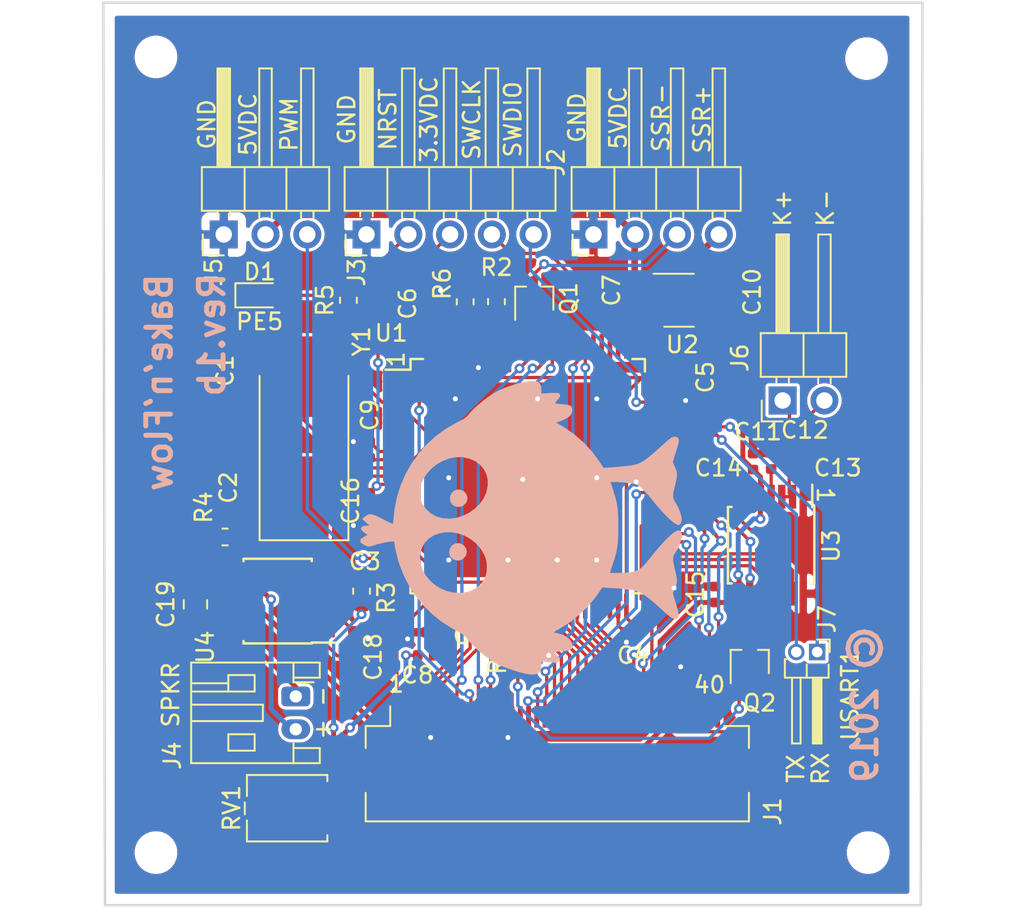
<source format=kicad_pcb>
(kicad_pcb (version 20171130) (host pcbnew 5.1.1)
  (layers (0 F.Cu signal) (31 B.Cu signal) (34 B.Paste user) (35 F.Paste user) (36 B.SilkS user) (37 F.SilkS user) (38 B.Mask user) (39 F.Mask user) (44 Edge.Cuts user))
  (net 0 "")
  (net 1 "Net-(C1-Pad2)")
  (net 2 GND)
  (net 3 "Net-(C2-Pad2)")
  (net 4 3.3VDC)
  (net 5 5VDC)
  (net 6 K+)
  (net 7 K-)
  (net 8 TOUCH_X_NEG)
  (net 9 TOUCH_Y_NEG)
  (net 10 TOUCH_X_POS)
  (net 11 TOUCH_Y_POS)
  (net 12 "Net-(J1-Pad8)")
  (net 13 "Net-(J1-Pad14)")
  (net 14 TFT_RESET)
  (net 15 TFT_DB0)
  (net 16 TFT_DB1)
  (net 17 TFT_DB2)
  (net 18 TFT_DB3)
  (net 19 TFT_DB4)
  (net 20 TFT_DB5)
  (net 21 TFT_DB6)
  (net 22 TFT_DB7)
  (net 23 TFT_DB8)
  (net 24 TFT_DB9)
  (net 25 TFT_DB10)
  (net 26 TFT_DB11)
  (net 27 TFT_DB12)
  (net 28 TFT_DB13)
  (net 29 TFT_DB14)
  (net 30 TFT_DB15)
  (net 31 "Net-(J1-Pad34)")
  (net 32 "Net-(J1-Pad36)")
  (net 33 TFT_IM0)
  (net 34 TFT_IM1)
  (net 35 TFT_IM2)
  (net 36 SSR-)
  (net 37 SSR_ON)
  (net 38 "Net-(Q1-Pad1)")
  (net 39 "Net-(U1-Pad1)")
  (net 40 "Net-(U1-Pad2)")
  (net 41 "Net-(U1-Pad7)")
  (net 42 "Net-(U1-Pad8)")
  (net 43 "Net-(U1-Pad9)")
  (net 44 "Net-(U1-Pad15)")
  (net 45 "Net-(U1-Pad16)")
  (net 46 "Net-(U1-Pad17)")
  (net 47 "Net-(U1-Pad18)")
  (net 48 "Net-(U1-Pad24)")
  (net 49 MAX_SCK)
  (net 50 MAX_MISO)
  (net 51 MAX_MOSI)
  (net 52 "Net-(U1-Pad33)")
  (net 53 "Net-(U1-Pad35)")
  (net 54 "Net-(U1-Pad47)")
  (net 55 "Net-(U1-Pad48)")
  (net 56 "Net-(U1-Pad51)")
  (net 57 "Net-(U1-Pad66)")
  (net 58 "Net-(U1-Pad67)")
  (net 59 "Net-(U1-Pad70)")
  (net 60 "Net-(U1-Pad71)")
  (net 61 "Net-(U1-Pad73)")
  (net 62 "Net-(U1-Pad77)")
  (net 63 "Net-(U1-Pad78)")
  (net 64 "Net-(U1-Pad79)")
  (net 65 "Net-(U1-Pad80)")
  (net 66 "Net-(U1-Pad83)")
  (net 67 "Net-(U1-Pad84)")
  (net 68 TFT_RD)
  (net 69 TFT_WR)
  (net 70 "Net-(U1-Pad87)")
  (net 71 TFT_CS)
  (net 72 "Net-(U1-Pad89)")
  (net 73 "Net-(U1-Pad90)")
  (net 74 "Net-(U1-Pad91)")
  (net 75 "Net-(U1-Pad93)")
  (net 76 "Net-(U1-Pad95)")
  (net 77 "Net-(U1-Pad96)")
  (net 78 "Net-(U1-Pad97)")
  (net 79 "Net-(U1-Pad98)")
  (net 80 "Net-(U2-Pad4)")
  (net 81 "Net-(U3-Pad6)")
  (net 82 MAX_DRDY)
  (net 83 MAX_CS)
  (net 84 MAX_FAULT)
  (net 85 JTCK-SWCLK)
  (net 86 JTMS_SWDIO)
  (net 87 TFT_RS)
  (net 88 LED_K)
  (net 89 "Net-(Q2-Pad1)")
  (net 90 NRST)
  (net 91 "Net-(U1-Pad37)")
  (net 92 DAC_OUT)
  (net 93 "Net-(C17-Pad1)")
  (net 94 "Net-(C18-Pad2)")
  (net 95 SPK_OUT-)
  (net 96 SPK_OUT+)
  (net 97 "Net-(R3-Pad1)")
  (net 98 TFT_LED_PWM)
  (net 99 PCB_LED)
  (net 100 "Net-(U1-Pad5)")
  (net 101 "Net-(D1-Pad2)")
  (net 102 SERVO_PWM)
  (net 103 "Net-(R3-Pad2)")
  (net 104 AUDIO_EN)
  (net 105 USART_TX)
  (net 106 USART_RX)
  (module Connector_PinHeader_2.54mm:PinHeader_1x03_P2.54mm_Horizontal (layer F.Cu) (at 128.52 68.6 90)
    (fp_text reference J5 (at -2.3 -0.62 90) (layer F.SilkS))
    (fp_text value "Door servo")
    (pad 1 thru_hole rect (at 0 0 90) (size 1.7 1.7) (drill 1) (layers *.Cu *.Mask) (net 2 GND))
    (pad 2 thru_hole oval (at 0 2.54 90) (size 1.7 1.7) (drill 1) (layers *.Cu *.Mask) (net 5 5VDC))
    (pad 3 thru_hole oval (at 0 5.08 90) (size 1.7 1.7) (drill 1) (layers *.Cu *.Mask) (net 102 SERVO_PWM))
  )
  (module MountingHole:MountingHole_2.2mm_M2 (layer F.Cu) (at 124.4 57.8)
    (fp_text reference "" (at 0 -3.2) (layer F.SilkS))
    (fp_text value MountingHole_2.2mm_M2)
    (pad 1 np_thru_hole circle (at 0 0) (size 2.2 2.2) (drill 2.2) (layers *.Cu *.Mask))
  )
  (module MountingHole:MountingHole_2.2mm_M2 (layer F.Cu) (at 167.6 57.9)
    (fp_text reference "" (at 0.1 4.8 90) (layer F.SilkS))
    (fp_text value MountingHole_2.2mm_M2)
    (pad 1 np_thru_hole circle (at 0 0) (size 2.2 2.2) (drill 2.2) (layers *.Cu *.Mask))
  )
  (module MountingHole:MountingHole_2.2mm_M2 (layer F.Cu) (at 167.7 106.2)
    (fp_text reference "" (at 0 -3.2) (layer F.SilkS))
    (fp_text value MountingHole_2.2mm_M2)
    (pad 1 np_thru_hole circle (at 0 0) (size 2.2 2.2) (drill 2.2) (layers *.Cu *.Mask))
  )
  (module Connector_FFC-FPC:Hirose_FH12-40S-0.5SH_1x40-1MP_P0.50mm_Horizontal (layer F.Cu) (at 148.8 99.8)
    (fp_text reference J1 (at 13.1 3.9 90) (layer F.SilkS))
    (fp_text value ili9481_tft_lcd)
    (pad MP smd rect (at 11.65 1.4) (size 1.8 2.2) (layers F.Cu F.Paste F.Mask))
    (pad MP smd rect (at -11.65 1.4) (size 1.8 2.2) (layers F.Cu F.Paste F.Mask))
    (pad 1 smd rect (at -9.75 -1.85) (size 0.3 1.3) (layers F.Cu F.Paste F.Mask) (net 8 TOUCH_X_NEG))
    (pad 2 smd rect (at -9.25 -1.85) (size 0.3 1.3) (layers F.Cu F.Paste F.Mask) (net 9 TOUCH_Y_NEG))
    (pad 3 smd rect (at -8.75 -1.85) (size 0.3 1.3) (layers F.Cu F.Paste F.Mask) (net 10 TOUCH_X_POS))
    (pad 4 smd rect (at -8.25 -1.85) (size 0.3 1.3) (layers F.Cu F.Paste F.Mask) (net 11 TOUCH_Y_POS))
    (pad 5 smd rect (at -7.75 -1.85) (size 0.3 1.3) (layers F.Cu F.Paste F.Mask) (net 2 GND))
    (pad 6 smd rect (at -7.25 -1.85) (size 0.3 1.3) (layers F.Cu F.Paste F.Mask) (net 4 3.3VDC))
    (pad 7 smd rect (at -6.75 -1.85) (size 0.3 1.3) (layers F.Cu F.Paste F.Mask) (net 4 3.3VDC))
    (pad 8 smd rect (at -6.25 -1.85) (size 0.3 1.3) (layers F.Cu F.Paste F.Mask) (net 12 "Net-(J1-Pad8)"))
    (pad 9 smd rect (at -5.75 -1.85) (size 0.3 1.3) (layers F.Cu F.Paste F.Mask) (net 71 TFT_CS))
    (pad 10 smd rect (at -5.25 -1.85) (size 0.3 1.3) (layers F.Cu F.Paste F.Mask) (net 87 TFT_RS))
    (pad 11 smd rect (at -4.75 -1.85) (size 0.3 1.3) (layers F.Cu F.Paste F.Mask) (net 69 TFT_WR))
    (pad 12 smd rect (at -4.25 -1.85) (size 0.3 1.3) (layers F.Cu F.Paste F.Mask) (net 68 TFT_RD))
    (pad 13 smd rect (at -3.75 -1.85) (size 0.3 1.3) (layers F.Cu F.Paste F.Mask) (net 2 GND))
    (pad 14 smd rect (at -3.25 -1.85) (size 0.3 1.3) (layers F.Cu F.Paste F.Mask) (net 13 "Net-(J1-Pad14)"))
    (pad 15 smd rect (at -2.75 -1.85) (size 0.3 1.3) (layers F.Cu F.Paste F.Mask) (net 14 TFT_RESET))
    (pad 16 smd rect (at -2.25 -1.85) (size 0.3 1.3) (layers F.Cu F.Paste F.Mask) (net 2 GND))
    (pad 17 smd rect (at -1.75 -1.85) (size 0.3 1.3) (layers F.Cu F.Paste F.Mask) (net 15 TFT_DB0))
    (pad 18 smd rect (at -1.25 -1.85) (size 0.3 1.3) (layers F.Cu F.Paste F.Mask) (net 16 TFT_DB1))
    (pad 19 smd rect (at -0.75 -1.85) (size 0.3 1.3) (layers F.Cu F.Paste F.Mask) (net 17 TFT_DB2))
    (pad 20 smd rect (at -0.25 -1.85) (size 0.3 1.3) (layers F.Cu F.Paste F.Mask) (net 18 TFT_DB3))
    (pad 21 smd rect (at 0.25 -1.85) (size 0.3 1.3) (layers F.Cu F.Paste F.Mask) (net 19 TFT_DB4))
    (pad 22 smd rect (at 0.75 -1.85) (size 0.3 1.3) (layers F.Cu F.Paste F.Mask) (net 20 TFT_DB5))
    (pad 23 smd rect (at 1.25 -1.85) (size 0.3 1.3) (layers F.Cu F.Paste F.Mask) (net 21 TFT_DB6))
    (pad 24 smd rect (at 1.75 -1.85) (size 0.3 1.3) (layers F.Cu F.Paste F.Mask) (net 22 TFT_DB7))
    (pad 25 smd rect (at 2.25 -1.85) (size 0.3 1.3) (layers F.Cu F.Paste F.Mask) (net 23 TFT_DB8))
    (pad 26 smd rect (at 2.75 -1.85) (size 0.3 1.3) (layers F.Cu F.Paste F.Mask) (net 24 TFT_DB9))
    (pad 27 smd rect (at 3.25 -1.85) (size 0.3 1.3) (layers F.Cu F.Paste F.Mask) (net 25 TFT_DB10))
    (pad 28 smd rect (at 3.75 -1.85) (size 0.3 1.3) (layers F.Cu F.Paste F.Mask) (net 26 TFT_DB11))
    (pad 29 smd rect (at 4.25 -1.85) (size 0.3 1.3) (layers F.Cu F.Paste F.Mask) (net 27 TFT_DB12))
    (pad 30 smd rect (at 4.75 -1.85) (size 0.3 1.3) (layers F.Cu F.Paste F.Mask) (net 28 TFT_DB13))
    (pad 31 smd rect (at 5.25 -1.85) (size 0.3 1.3) (layers F.Cu F.Paste F.Mask) (net 29 TFT_DB14))
    (pad 32 smd rect (at 5.75 -1.85) (size 0.3 1.3) (layers F.Cu F.Paste F.Mask) (net 30 TFT_DB15))
    (pad 33 smd rect (at 6.25 -1.85) (size 0.3 1.3) (layers F.Cu F.Paste F.Mask) (net 4 3.3VDC))
    (pad 34 smd rect (at 6.75 -1.85) (size 0.3 1.3) (layers F.Cu F.Paste F.Mask) (net 31 "Net-(J1-Pad34)"))
    (pad 35 smd rect (at 7.25 -1.85) (size 0.3 1.3) (layers F.Cu F.Paste F.Mask) (net 88 LED_K))
    (pad 36 smd rect (at 7.75 -1.85) (size 0.3 1.3) (layers F.Cu F.Paste F.Mask) (net 32 "Net-(J1-Pad36)"))
    (pad 37 smd rect (at 8.25 -1.85) (size 0.3 1.3) (layers F.Cu F.Paste F.Mask) (net 2 GND))
    (pad 38 smd rect (at 8.75 -1.85) (size 0.3 1.3) (layers F.Cu F.Paste F.Mask) (net 33 TFT_IM0))
    (pad 39 smd rect (at 9.25 -1.85) (size 0.3 1.3) (layers F.Cu F.Paste F.Mask) (net 34 TFT_IM1))
    (pad 40 smd rect (at 9.75 -1.85) (size 0.3 1.3) (layers F.Cu F.Paste F.Mask) (net 35 TFT_IM2))
  )
  (module Package_QFP:LQFP-100_14x14mm_P0.5mm (layer F.Cu) (at 147 83.3)
    (fp_text reference U1 (at -8.3 -8.7) (layer F.SilkS))
    (fp_text value STM32F103VDTx)
    (pad 1 smd rect (at -7.9 -6) (size 1.5 0.28) (layers F.Cu F.Paste F.Mask) (net 39 "Net-(U1-Pad1)"))
    (pad 2 smd rect (at -7.9 -5.5) (size 1.5 0.28) (layers F.Cu F.Paste F.Mask) (net 40 "Net-(U1-Pad2)"))
    (pad 3 smd rect (at -7.9 -5) (size 1.5 0.28) (layers F.Cu F.Paste F.Mask) (net 87 TFT_RS))
    (pad 4 smd rect (at -7.9 -4.5) (size 1.5 0.28) (layers F.Cu F.Paste F.Mask) (net 99 PCB_LED))
    (pad 5 smd rect (at -7.9 -4) (size 1.5 0.28) (layers F.Cu F.Paste F.Mask) (net 100 "Net-(U1-Pad5)"))
    (pad 6 smd rect (at -7.9 -3.5) (size 1.5 0.28) (layers F.Cu F.Paste F.Mask) (net 4 3.3VDC))
    (pad 7 smd rect (at -7.9 -3) (size 1.5 0.28) (layers F.Cu F.Paste F.Mask) (net 41 "Net-(U1-Pad7)"))
    (pad 8 smd rect (at -7.9 -2.5) (size 1.5 0.28) (layers F.Cu F.Paste F.Mask) (net 42 "Net-(U1-Pad8)"))
    (pad 9 smd rect (at -7.9 -2) (size 1.5 0.28) (layers F.Cu F.Paste F.Mask) (net 43 "Net-(U1-Pad9)"))
    (pad 10 smd rect (at -7.9 -1.5) (size 1.5 0.28) (layers F.Cu F.Paste F.Mask) (net 2 GND))
    (pad 11 smd rect (at -7.9 -1) (size 1.5 0.28) (layers F.Cu F.Paste F.Mask) (net 4 3.3VDC))
    (pad 12 smd rect (at -7.9 -0.5) (size 1.5 0.28) (layers F.Cu F.Paste F.Mask) (net 1 "Net-(C1-Pad2)"))
    (pad 13 smd rect (at -7.9 0) (size 1.5 0.28) (layers F.Cu F.Paste F.Mask) (net 3 "Net-(C2-Pad2)"))
    (pad 14 smd rect (at -7.9 0.5) (size 1.5 0.28) (layers F.Cu F.Paste F.Mask) (net 90 NRST))
    (pad 15 smd rect (at -7.9 1) (size 1.5 0.28) (layers F.Cu F.Paste F.Mask) (net 44 "Net-(U1-Pad15)"))
    (pad 16 smd rect (at -7.9 1.5) (size 1.5 0.28) (layers F.Cu F.Paste F.Mask) (net 45 "Net-(U1-Pad16)"))
    (pad 17 smd rect (at -7.9 2) (size 1.5 0.28) (layers F.Cu F.Paste F.Mask) (net 46 "Net-(U1-Pad17)"))
    (pad 18 smd rect (at -7.9 2.5) (size 1.5 0.28) (layers F.Cu F.Paste F.Mask) (net 47 "Net-(U1-Pad18)"))
    (pad 19 smd rect (at -7.9 3) (size 1.5 0.28) (layers F.Cu F.Paste F.Mask) (net 2 GND))
    (pad 20 smd rect (at -7.9 3.5) (size 1.5 0.28) (layers F.Cu F.Paste F.Mask) (net 2 GND))
    (pad 21 smd rect (at -7.9 4) (size 1.5 0.28) (layers F.Cu F.Paste F.Mask) (net 4 3.3VDC))
    (pad 22 smd rect (at -7.9 4.5) (size 1.5 0.28) (layers F.Cu F.Paste F.Mask) (net 4 3.3VDC))
    (pad 23 smd rect (at -7.9 5) (size 1.5 0.28) (layers F.Cu F.Paste F.Mask) (net 102 SERVO_PWM))
    (pad 24 smd rect (at -7.9 5.5) (size 1.5 0.28) (layers F.Cu F.Paste F.Mask) (net 48 "Net-(U1-Pad24)"))
    (pad 25 smd rect (at -7.9 6) (size 1.5 0.28) (layers F.Cu F.Paste F.Mask) (net 104 AUDIO_EN))
    (pad 26 smd rect (at -6 7.9 90) (size 1.5 0.28) (layers F.Cu F.Paste F.Mask) (net 8 TOUCH_X_NEG))
    (pad 27 smd rect (at -5.5 7.9 90) (size 1.5 0.28) (layers F.Cu F.Paste F.Mask) (net 2 GND))
    (pad 28 smd rect (at -5 7.9 90) (size 1.5 0.28) (layers F.Cu F.Paste F.Mask) (net 4 3.3VDC))
    (pad 29 smd rect (at -4.5 7.9 90) (size 1.5 0.28) (layers F.Cu F.Paste F.Mask) (net 92 DAC_OUT))
    (pad 30 smd rect (at -4 7.9 90) (size 1.5 0.28) (layers F.Cu F.Paste F.Mask) (net 9 TOUCH_Y_NEG))
    (pad 31 smd rect (at -3.5 7.9 90) (size 1.5 0.28) (layers F.Cu F.Paste F.Mask) (net 10 TOUCH_X_POS))
    (pad 32 smd rect (at -3 7.9 90) (size 1.5 0.28) (layers F.Cu F.Paste F.Mask) (net 11 TOUCH_Y_POS))
    (pad 33 smd rect (at -2.5 7.9 90) (size 1.5 0.28) (layers F.Cu F.Paste F.Mask) (net 52 "Net-(U1-Pad33)"))
    (pad 34 smd rect (at -2 7.9 90) (size 1.5 0.28) (layers F.Cu F.Paste F.Mask) (net 14 TFT_RESET))
    (pad 35 smd rect (at -1.5 7.9 90) (size 1.5 0.28) (layers F.Cu F.Paste F.Mask) (net 53 "Net-(U1-Pad35)"))
    (pad 36 smd rect (at -1 7.9 90) (size 1.5 0.28) (layers F.Cu F.Paste F.Mask) (net 98 TFT_LED_PWM))
    (pad 37 smd rect (at -0.5 7.9 90) (size 1.5 0.28) (layers F.Cu F.Paste F.Mask) (net 91 "Net-(U1-Pad37)"))
    (pad 38 smd rect (at 0 7.9 90) (size 1.5 0.28) (layers F.Cu F.Paste F.Mask) (net 19 TFT_DB4))
    (pad 39 smd rect (at 0.5 7.9 90) (size 1.5 0.28) (layers F.Cu F.Paste F.Mask) (net 20 TFT_DB5))
    (pad 40 smd rect (at 1 7.9 90) (size 1.5 0.28) (layers F.Cu F.Paste F.Mask) (net 21 TFT_DB6))
    (pad 41 smd rect (at 1.5 7.9 90) (size 1.5 0.28) (layers F.Cu F.Paste F.Mask) (net 22 TFT_DB7))
    (pad 42 smd rect (at 2 7.9 90) (size 1.5 0.28) (layers F.Cu F.Paste F.Mask) (net 23 TFT_DB8))
    (pad 43 smd rect (at 2.5 7.9 90) (size 1.5 0.28) (layers F.Cu F.Paste F.Mask) (net 24 TFT_DB9))
    (pad 44 smd rect (at 3 7.9 90) (size 1.5 0.28) (layers F.Cu F.Paste F.Mask) (net 25 TFT_DB10))
    (pad 45 smd rect (at 3.5 7.9 90) (size 1.5 0.28) (layers F.Cu F.Paste F.Mask) (net 26 TFT_DB11))
    (pad 46 smd rect (at 4 7.9 90) (size 1.5 0.28) (layers F.Cu F.Paste F.Mask) (net 27 TFT_DB12))
    (pad 47 smd rect (at 4.5 7.9 90) (size 1.5 0.28) (layers F.Cu F.Paste F.Mask) (net 54 "Net-(U1-Pad47)"))
    (pad 48 smd rect (at 5 7.9 90) (size 1.5 0.28) (layers F.Cu F.Paste F.Mask) (net 55 "Net-(U1-Pad48)"))
    (pad 49 smd rect (at 5.5 7.9 90) (size 1.5 0.28) (layers F.Cu F.Paste F.Mask) (net 2 GND))
    (pad 50 smd rect (at 6 7.9 90) (size 1.5 0.28) (layers F.Cu F.Paste F.Mask) (net 4 3.3VDC))
    (pad 51 smd rect (at 7.9 6) (size 1.5 0.28) (layers F.Cu F.Paste F.Mask) (net 56 "Net-(U1-Pad51)"))
    (pad 52 smd rect (at 7.9 5.5) (size 1.5 0.28) (layers F.Cu F.Paste F.Mask) (net 49 MAX_SCK))
    (pad 53 smd rect (at 7.9 5) (size 1.5 0.28) (layers F.Cu F.Paste F.Mask) (net 50 MAX_MISO))
    (pad 54 smd rect (at 7.9 4.5) (size 1.5 0.28) (layers F.Cu F.Paste F.Mask) (net 51 MAX_MOSI))
    (pad 55 smd rect (at 7.9 4) (size 1.5 0.28) (layers F.Cu F.Paste F.Mask) (net 28 TFT_DB13))
    (pad 56 smd rect (at 7.9 3.5) (size 1.5 0.28) (layers F.Cu F.Paste F.Mask) (net 29 TFT_DB14))
    (pad 57 smd rect (at 7.9 3) (size 1.5 0.28) (layers F.Cu F.Paste F.Mask) (net 30 TFT_DB15))
    (pad 58 smd rect (at 7.9 2.5) (size 1.5 0.28) (layers F.Cu F.Paste F.Mask) (net 33 TFT_IM0))
    (pad 59 smd rect (at 7.9 2) (size 1.5 0.28) (layers F.Cu F.Paste F.Mask) (net 34 TFT_IM1))
    (pad 60 smd rect (at 7.9 1.5) (size 1.5 0.28) (layers F.Cu F.Paste F.Mask) (net 35 TFT_IM2))
    (pad 61 smd rect (at 7.9 1) (size 1.5 0.28) (layers F.Cu F.Paste F.Mask) (net 15 TFT_DB0))
    (pad 62 smd rect (at 7.9 0.5) (size 1.5 0.28) (layers F.Cu F.Paste F.Mask) (net 16 TFT_DB1))
    (pad 63 smd rect (at 7.9 0) (size 1.5 0.28) (layers F.Cu F.Paste F.Mask) (net 83 MAX_CS))
    (pad 64 smd rect (at 7.9 -0.5) (size 1.5 0.28) (layers F.Cu F.Paste F.Mask) (net 84 MAX_FAULT))
    (pad 65 smd rect (at 7.9 -1) (size 1.5 0.28) (layers F.Cu F.Paste F.Mask) (net 82 MAX_DRDY))
    (pad 66 smd rect (at 7.9 -1.5) (size 1.5 0.28) (layers F.Cu F.Paste F.Mask) (net 57 "Net-(U1-Pad66)"))
    (pad 67 smd rect (at 7.9 -2) (size 1.5 0.28) (layers F.Cu F.Paste F.Mask) (net 58 "Net-(U1-Pad67)"))
    (pad 68 smd rect (at 7.9 -2.5) (size 1.5 0.28) (layers F.Cu F.Paste F.Mask) (net 105 USART_TX))
    (pad 69 smd rect (at 7.9 -3) (size 1.5 0.28) (layers F.Cu F.Paste F.Mask) (net 106 USART_RX))
    (pad 70 smd rect (at 7.9 -3.5) (size 1.5 0.28) (layers F.Cu F.Paste F.Mask) (net 59 "Net-(U1-Pad70)"))
    (pad 71 smd rect (at 7.9 -4) (size 1.5 0.28) (layers F.Cu F.Paste F.Mask) (net 60 "Net-(U1-Pad71)"))
    (pad 72 smd rect (at 7.9 -4.5) (size 1.5 0.28) (layers F.Cu F.Paste F.Mask) (net 86 JTMS_SWDIO))
    (pad 73 smd rect (at 7.9 -5) (size 1.5 0.28) (layers F.Cu F.Paste F.Mask) (net 61 "Net-(U1-Pad73)"))
    (pad 74 smd rect (at 7.9 -5.5) (size 1.5 0.28) (layers F.Cu F.Paste F.Mask) (net 2 GND))
    (pad 75 smd rect (at 7.9 -6) (size 1.5 0.28) (layers F.Cu F.Paste F.Mask) (net 4 3.3VDC))
    (pad 76 smd rect (at 6 -7.9 90) (size 1.5 0.28) (layers F.Cu F.Paste F.Mask) (net 85 JTCK-SWCLK))
    (pad 77 smd rect (at 5.5 -7.9 90) (size 1.5 0.28) (layers F.Cu F.Paste F.Mask) (net 62 "Net-(U1-Pad77)"))
    (pad 78 smd rect (at 5 -7.9 90) (size 1.5 0.28) (layers F.Cu F.Paste F.Mask) (net 63 "Net-(U1-Pad78)"))
    (pad 79 smd rect (at 4.5 -7.9 90) (size 1.5 0.28) (layers F.Cu F.Paste F.Mask) (net 64 "Net-(U1-Pad79)"))
    (pad 80 smd rect (at 4 -7.9 90) (size 1.5 0.28) (layers F.Cu F.Paste F.Mask) (net 65 "Net-(U1-Pad80)"))
    (pad 81 smd rect (at 3.5 -7.9 90) (size 1.5 0.28) (layers F.Cu F.Paste F.Mask) (net 17 TFT_DB2))
    (pad 82 smd rect (at 3 -7.9 90) (size 1.5 0.28) (layers F.Cu F.Paste F.Mask) (net 18 TFT_DB3))
    (pad 83 smd rect (at 2.5 -7.9 90) (size 1.5 0.28) (layers F.Cu F.Paste F.Mask) (net 66 "Net-(U1-Pad83)"))
    (pad 84 smd rect (at 2 -7.9 90) (size 1.5 0.28) (layers F.Cu F.Paste F.Mask) (net 67 "Net-(U1-Pad84)"))
    (pad 85 smd rect (at 1.5 -7.9 90) (size 1.5 0.28) (layers F.Cu F.Paste F.Mask) (net 68 TFT_RD))
    (pad 86 smd rect (at 1 -7.9 90) (size 1.5 0.28) (layers F.Cu F.Paste F.Mask) (net 69 TFT_WR))
    (pad 87 smd rect (at 0.5 -7.9 90) (size 1.5 0.28) (layers F.Cu F.Paste F.Mask) (net 70 "Net-(U1-Pad87)"))
    (pad 88 smd rect (at 0 -7.9 90) (size 1.5 0.28) (layers F.Cu F.Paste F.Mask) (net 71 TFT_CS))
    (pad 89 smd rect (at -0.5 -7.9 90) (size 1.5 0.28) (layers F.Cu F.Paste F.Mask) (net 72 "Net-(U1-Pad89)"))
    (pad 90 smd rect (at -1 -7.9 90) (size 1.5 0.28) (layers F.Cu F.Paste F.Mask) (net 73 "Net-(U1-Pad90)"))
    (pad 91 smd rect (at -1.5 -7.9 90) (size 1.5 0.28) (layers F.Cu F.Paste F.Mask) (net 74 "Net-(U1-Pad91)"))
    (pad 92 smd rect (at -2 -7.9 90) (size 1.5 0.28) (layers F.Cu F.Paste F.Mask) (net 37 SSR_ON))
    (pad 93 smd rect (at -2.5 -7.9 90) (size 1.5 0.28) (layers F.Cu F.Paste F.Mask) (net 75 "Net-(U1-Pad93)"))
    (pad 94 smd rect (at -3 -7.9 90) (size 1.5 0.28) (layers F.Cu F.Paste F.Mask) (net 2 GND))
    (pad 95 smd rect (at -3.5 -7.9 90) (size 1.5 0.28) (layers F.Cu F.Paste F.Mask) (net 76 "Net-(U1-Pad95)"))
    (pad 96 smd rect (at -4 -7.9 90) (size 1.5 0.28) (layers F.Cu F.Paste F.Mask) (net 77 "Net-(U1-Pad96)"))
    (pad 97 smd rect (at -4.5 -7.9 90) (size 1.5 0.28) (layers F.Cu F.Paste F.Mask) (net 78 "Net-(U1-Pad97)"))
    (pad 98 smd rect (at -5 -7.9 90) (size 1.5 0.28) (layers F.Cu F.Paste F.Mask) (net 79 "Net-(U1-Pad98)"))
    (pad 99 smd rect (at -5.5 -7.9 90) (size 1.5 0.28) (layers F.Cu F.Paste F.Mask) (net 2 GND))
    (pad 100 smd rect (at -6 -7.9 90) (size 1.5 0.28) (layers F.Cu F.Paste F.Mask) (net 4 3.3VDC))
  )
  (module Package_TO_SOT_SMD:SOT-23-5 (layer F.Cu) (at 156.2 72.6)
    (fp_text reference U2 (at 0.2 2.7) (layer F.SilkS))
    (fp_text value TLV75533PDBV)
    (pad 1 smd rect (at -1.1 -0.95) (size 1.06 0.65) (layers F.Cu F.Paste F.Mask) (net 5 5VDC))
    (pad 2 smd rect (at -1.1 0) (size 1.06 0.65) (layers F.Cu F.Paste F.Mask) (net 2 GND))
    (pad 3 smd rect (at -1.1 0.95) (size 1.06 0.65) (layers F.Cu F.Paste F.Mask) (net 5 5VDC))
    (pad 4 smd rect (at 1.1 0.95) (size 1.06 0.65) (layers F.Cu F.Paste F.Mask) (net 80 "Net-(U2-Pad4)"))
    (pad 5 smd rect (at 1.1 -0.95) (size 1.06 0.65) (layers F.Cu F.Paste F.Mask) (net 4 3.3VDC))
  )
  (module Package_SO:TSSOP-14_4.4x5mm_P0.65mm (layer F.Cu) (at 161.8 87.5 270)
    (fp_text reference U3 (at 0.05 -3.65 270) (layer F.SilkS))
    (fp_text value MAX31856)
    (pad 1 smd rect (at -2.95 -1.95 270) (size 1.45 0.45) (layers F.Cu F.Paste F.Mask) (net 2 GND))
    (pad 2 smd rect (at -2.95 -1.3 270) (size 1.45 0.45) (layers F.Cu F.Paste F.Mask) (net 7 K-))
    (pad 3 smd rect (at -2.95 -0.65 270) (size 1.45 0.45) (layers F.Cu F.Paste F.Mask) (net 7 K-))
    (pad 4 smd rect (at -2.95 0 270) (size 1.45 0.45) (layers F.Cu F.Paste F.Mask) (net 6 K+))
    (pad 5 smd rect (at -2.95 0.65 270) (size 1.45 0.45) (layers F.Cu F.Paste F.Mask) (net 4 3.3VDC))
    (pad 6 smd rect (at -2.95 1.3 270) (size 1.45 0.45) (layers F.Cu F.Paste F.Mask) (net 81 "Net-(U3-Pad6)"))
    (pad 7 smd rect (at -2.95 1.95 270) (size 1.45 0.45) (layers F.Cu F.Paste F.Mask) (net 82 MAX_DRDY))
    (pad 8 smd rect (at 2.95 1.95 270) (size 1.45 0.45) (layers F.Cu F.Paste F.Mask) (net 4 3.3VDC))
    (pad 9 smd rect (at 2.95 1.3 270) (size 1.45 0.45) (layers F.Cu F.Paste F.Mask) (net 83 MAX_CS))
    (pad 10 smd rect (at 2.95 0.65 270) (size 1.45 0.45) (layers F.Cu F.Paste F.Mask) (net 49 MAX_SCK))
    (pad 11 smd rect (at 2.95 0 270) (size 1.45 0.45) (layers F.Cu F.Paste F.Mask) (net 50 MAX_MISO))
    (pad 12 smd rect (at 2.95 -0.65 270) (size 1.45 0.45) (layers F.Cu F.Paste F.Mask) (net 51 MAX_MOSI))
    (pad 13 smd rect (at 2.95 -1.3 270) (size 1.45 0.45) (layers F.Cu F.Paste F.Mask) (net 84 MAX_FAULT))
    (pad 14 smd rect (at 2.95 -1.95 270) (size 1.45 0.45) (layers F.Cu F.Paste F.Mask) (net 2 GND))
  )
  (module Capacitor_SMD:C_0402_1005Metric (layer F.Cu) (at 129.9 76.9 270)
    (fp_text reference C1 (at 0 1.3 270) (layer F.SilkS))
    (fp_text value 24pF)
    (pad 2 smd roundrect (at 0.485 0 270) (size 0.59 0.64) (layers F.Cu F.Paste F.Mask) (net 1 "Net-(C1-Pad2)"))
    (pad 1 smd roundrect (at -0.485 0 270) (size 0.59 0.64) (layers F.Cu F.Paste F.Mask) (net 2 GND))
  )
  (module Capacitor_SMD:C_0402_1005Metric (layer F.Cu) (at 129.9 84.1 270)
    (fp_text reference C2 (at -0.1 1.1 270) (layer F.SilkS))
    (fp_text value 24pF)
    (pad 1 smd roundrect (at -0.485 0 270) (size 0.59 0.64) (layers F.Cu F.Paste F.Mask) (net 2 GND))
    (pad 2 smd roundrect (at 0.485 0 270) (size 0.59 0.64) (layers F.Cu F.Paste F.Mask) (net 3 "Net-(C2-Pad2)"))
  )
  (module Capacitor_SMD:C_0402_1005Metric (layer F.Cu) (at 137.4 86.8 270)
    (fp_text reference C3 (at 1.7 0.3) (layer F.SilkS))
    (fp_text value 0.01uF)
    (pad 2 smd roundrect (at 0.485 0 270) (size 0.59 0.64) (layers F.Cu F.Paste F.Mask) (net 4 3.3VDC))
    (pad 1 smd roundrect (at -0.485 0 270) (size 0.59 0.64) (layers F.Cu F.Paste F.Mask) (net 2 GND))
  )
  (module Capacitor_SMD:C_0402_1005Metric (layer F.Cu) (at 153.4 92.8)
    (fp_text reference C4 (at 0 1.4) (layer F.SilkS))
    (fp_text value 0.1uF)
    (pad 1 smd roundrect (at -0.485 0) (size 0.59 0.64) (layers F.Cu F.Paste F.Mask) (net 2 GND))
    (pad 2 smd roundrect (at 0.485 0) (size 0.59 0.64) (layers F.Cu F.Paste F.Mask) (net 4 3.3VDC))
  )
  (module Capacitor_SMD:C_0402_1005Metric (layer F.Cu) (at 156.6 77.285 90)
    (fp_text reference C5 (at 0 1.2 90) (layer F.SilkS))
    (fp_text value 0.1uF)
    (pad 2 smd roundrect (at 0.485 0 90) (size 0.59 0.64) (layers F.Cu F.Paste F.Mask) (net 4 3.3VDC))
    (pad 1 smd roundrect (at -0.485 0 90) (size 0.59 0.64) (layers F.Cu F.Paste F.Mask) (net 2 GND))
  )
  (module Capacitor_SMD:C_0402_1005Metric (layer F.Cu) (at 141.3 73.7 180)
    (fp_text reference C6 (at 1.6 0.9 270) (layer F.SilkS))
    (fp_text value 0.47uF)
    (pad 2 smd roundrect (at 0.485 0 180) (size 0.59 0.64) (layers F.Cu F.Paste F.Mask) (net 4 3.3VDC))
    (pad 1 smd roundrect (at -0.485 0 180) (size 0.59 0.64) (layers F.Cu F.Paste F.Mask) (net 2 GND))
  )
  (module Capacitor_SMD:C_0402_1005Metric (layer F.Cu) (at 153.5 72.1 270)
    (fp_text reference C7 (at -0.1 1.4 270) (layer F.SilkS))
    (fp_text value 1uF)
    (pad 1 smd roundrect (at -0.485 0 270) (size 0.59 0.64) (layers F.Cu F.Paste F.Mask) (net 5 5VDC))
    (pad 2 smd roundrect (at 0.485 0 270) (size 0.59 0.64) (layers F.Cu F.Paste F.Mask) (net 2 GND))
  )
  (module Capacitor_SMD:C_0402_1005Metric (layer F.Cu) (at 141.3 92.8)
    (fp_text reference C8 (at -1 2.6) (layer F.SilkS))
    (fp_text value 0.1uF)
    (pad 1 smd roundrect (at -0.485 0) (size 0.59 0.64) (layers F.Cu F.Paste F.Mask) (net 2 GND))
    (pad 2 smd roundrect (at 0.485 0) (size 0.59 0.64) (layers F.Cu F.Paste F.Mask) (net 4 3.3VDC))
  )
  (module Capacitor_SMD:C_0402_1005Metric (layer F.Cu) (at 137.4 81.7 270)
    (fp_text reference C9 (at -2.115 0 270) (layer F.SilkS))
    (fp_text value 0.1uF)
    (pad 1 smd roundrect (at -0.485 0 270) (size 0.59 0.64) (layers F.Cu F.Paste F.Mask) (net 2 GND))
    (pad 2 smd roundrect (at 0.485 0 270) (size 0.59 0.64) (layers F.Cu F.Paste F.Mask) (net 4 3.3VDC))
  )
  (module Capacitor_SMD:C_0402_1005Metric (layer F.Cu) (at 159.1 72.1 270)
    (fp_text reference C10 (at 0 -1.55 270) (layer F.SilkS))
    (fp_text value 1uF)
    (pad 2 smd roundrect (at 0.485 0 270) (size 0.59 0.64) (layers F.Cu F.Paste F.Mask) (net 2 GND))
    (pad 1 smd roundrect (at -0.485 0 270) (size 0.59 0.64) (layers F.Cu F.Paste F.Mask) (net 4 3.3VDC))
  )
  (module Capacitor_SMD:C_0402_1005Metric (layer F.Cu) (at 161.8 82.385 90)
    (fp_text reference C11 (at 1.785 -0.8) (layer F.SilkS))
    (fp_text value 0.01uF)
    (pad 1 smd roundrect (at -0.485 0 90) (size 0.59 0.64) (layers F.Cu F.Paste F.Mask) (net 6 K+))
    (pad 2 smd roundrect (at 0.485 0 90) (size 0.59 0.64) (layers F.Cu F.Paste F.Mask) (net 2 GND))
  )
  (module Capacitor_SMD:C_0402_1005Metric (layer F.Cu) (at 163.4 81.8)
    (fp_text reference C12 (at 0.45 -1.3 180) (layer F.SilkS))
    (fp_text value C)
    (pad 2 smd roundrect (at 0.485 0) (size 0.59 0.64) (layers F.Cu F.Paste F.Mask) (net 7 K-))
    (pad 1 smd roundrect (at -0.485 0) (size 0.59 0.64) (layers F.Cu F.Paste F.Mask) (net 6 K+))
  )
  (module Capacitor_SMD:C_0402_1005Metric (layer F.Cu) (at 163.385 82.9 180)
    (fp_text reference C13 (at -2.465 0.1) (layer F.SilkS))
    (fp_text value 0.01uF)
    (pad 1 smd roundrect (at -0.485 0 180) (size 0.59 0.64) (layers F.Cu F.Paste F.Mask) (net 2 GND))
    (pad 2 smd roundrect (at 0.485 0 180) (size 0.59 0.64) (layers F.Cu F.Paste F.Mask) (net 7 K-))
  )
  (module Capacitor_SMD:C_0402_1005Metric (layer F.Cu) (at 160.7 82.415 270)
    (fp_text reference C14 (at 0.385 2.1) (layer F.SilkS))
    (fp_text value 0.1uF)
    (pad 1 smd roundrect (at -0.485 0 270) (size 0.59 0.64) (layers F.Cu F.Paste F.Mask) (net 2 GND))
    (pad 2 smd roundrect (at 0.485 0 270) (size 0.59 0.64) (layers F.Cu F.Paste F.Mask) (net 4 3.3VDC))
  )
  (module Capacitor_SMD:C_0402_1005Metric (layer F.Cu) (at 158.4 90.5 90)
    (fp_text reference C15 (at 0 -1.2 90) (layer F.SilkS))
    (fp_text value 0.1uF)
    (pad 2 smd roundrect (at 0.485 0 90) (size 0.59 0.64) (layers F.Cu F.Paste F.Mask) (net 2 GND))
    (pad 1 smd roundrect (at -0.485 0 90) (size 0.59 0.64) (layers F.Cu F.Paste F.Mask) (net 4 3.3VDC))
  )
  (module Crystal:Crystal_SMD_7050-2Pin_7.0x5.0mm_HandSoldering (layer F.Cu) (at 133.4 80.9 90)
    (fp_text reference Y1 (at 5.8 3.5 270) (layer F.SilkS))
    (fp_text value 8MHz)
    (pad 1 smd rect (at -3.65 0 90) (size 4.9 3) (layers F.Cu F.Paste F.Mask) (net 3 "Net-(C2-Pad2)"))
    (pad 2 smd rect (at 3.65 0 90) (size 4.9 3) (layers F.Cu F.Paste F.Mask) (net 1 "Net-(C1-Pad2)"))
  )
  (module Package_TO_SOT_SMD:SOT-323_SC-70 (layer F.Cu) (at 147.4 72.5 90)
    (fp_text reference Q1 (at 0 2.1 90) (layer F.SilkS))
    (fp_text value Si1308EDL)
    (pad 3 smd rect (at 1 0) (size 0.45 0.7) (layers F.Cu F.Paste F.Mask) (net 36 SSR-))
    (pad 2 smd rect (at -1 0.65) (size 0.45 0.7) (layers F.Cu F.Paste F.Mask) (net 2 GND))
    (pad 1 smd rect (at -1 -0.65) (size 0.45 0.7) (layers F.Cu F.Paste F.Mask) (net 38 "Net-(Q1-Pad1)"))
  )
  (module Package_TO_SOT_SMD:SOT-323_SC-70 (layer F.Cu) (at 160.5 94.6 90)
    (fp_text reference Q2 (at -2.5 0.6) (layer F.SilkS))
    (fp_text value Si1308EDL)
    (pad 1 smd rect (at -1 -0.65) (size 0.45 0.7) (layers F.Cu F.Paste F.Mask) (net 89 "Net-(Q2-Pad1)"))
    (pad 2 smd rect (at -1 0.65) (size 0.45 0.7) (layers F.Cu F.Paste F.Mask) (net 2 GND))
    (pad 3 smd rect (at 1 0) (size 0.45 0.7) (layers F.Cu F.Paste F.Mask) (net 88 LED_K))
  )
  (module Connector_PinHeader_2.54mm:PinHeader_1x05_P2.54mm_Horizontal (layer F.Cu) (at 137.2 68.6 90)
    (fp_text reference J3 (at -2.3 -0.6 90) (layer F.SilkS))
    (fp_text value JTAG)
    (pad 1 thru_hole rect (at 0 0 90) (size 1.7 1.7) (drill 1) (layers *.Cu *.Mask) (net 2 GND))
    (pad 2 thru_hole oval (at 0 2.54 90) (size 1.7 1.7) (drill 1) (layers *.Cu *.Mask) (net 90 NRST))
    (pad 3 thru_hole oval (at 0 5.08 90) (size 1.7 1.7) (drill 1) (layers *.Cu *.Mask) (net 4 3.3VDC))
    (pad 4 thru_hole oval (at 0 7.62 90) (size 1.7 1.7) (drill 1) (layers *.Cu *.Mask) (net 85 JTCK-SWCLK))
    (pad 5 thru_hole oval (at 0 10.16 90) (size 1.7 1.7) (drill 1) (layers *.Cu *.Mask) (net 86 JTMS_SWDIO))
  )
  (module reflow-toaster-mainboard:duk-20mm (layer B.Cu) (at 146.6 86.4 270)
    (fp_text reference G*** hide)
    (fp_text value LOGO hide)
  )
  (module MountingHole:MountingHole_2.2mm_M2 (layer F.Cu) (at 124.4 106.2)
    (fp_text reference "" (at 0 -3.2) (layer F.SilkS))
    (fp_text value MountingHole_2.2mm_M2)
    (pad 1 np_thru_hole circle (at 0 0) (size 2.2 2.2) (drill 2.2) (layers *.Cu *.Mask))
  )
  (module Capacitor_SMD:C_0402_1005Metric (layer F.Cu) (at 137.4 84.8 90)
    (fp_text reference C16 (at 0 -1.17 90) (layer F.SilkS))
    (fp_text value 0.1uF)
    (pad 1 smd roundrect (at -0.485 0 90) (size 0.59 0.64) (layers F.Cu F.Paste F.Mask) (net 2 GND))
    (pad 2 smd roundrect (at 0.485 0 90) (size 0.59 0.64) (layers F.Cu F.Paste F.Mask) (net 90 NRST))
  )
  (module Capacitor_SMD:C_0402_1005Metric (layer F.Cu) (at 140.8 94.2)
    (fp_text reference C17 (at 3.1 -1.2) (layer F.SilkS))
    (fp_text value 0.1uF)
    (pad 2 smd roundrect (at 0.485 0) (size 0.59 0.64) (layers F.Cu F.Paste F.Mask) (net 92 DAC_OUT))
    (pad 1 smd roundrect (at -0.485 0) (size 0.59 0.64) (layers F.Cu F.Paste F.Mask) (net 93 "Net-(C17-Pad1)"))
  )
  (module Capacitor_SMD:C_0402_1005Metric (layer F.Cu) (at 136.4 93.2 90)
    (fp_text reference C18 (at -1.1 1.2 270) (layer F.SilkS))
    (fp_text value 0.1uF)
    (pad 1 smd roundrect (at -0.485 0 90) (size 0.59 0.64) (layers F.Cu F.Paste F.Mask) (net 2 GND))
    (pad 2 smd roundrect (at 0.485 0 90) (size 0.59 0.64) (layers F.Cu F.Paste F.Mask) (net 94 "Net-(C18-Pad2)"))
  )
  (module Capacitor_SMD:C_0805_2012Metric (layer F.Cu) (at 126.8 91.1 90)
    (fp_text reference C19 (at 0 -1.8 270) (layer F.SilkS))
    (fp_text value 10uF)
    (pad 1 smd roundrect (at -0.9375 0 90) (size 0.975 1.4) (layers F.Cu F.Paste F.Mask) (net 2 GND))
    (pad 2 smd roundrect (at 0.9375 0 90) (size 0.975 1.4) (layers F.Cu F.Paste F.Mask) (net 4 3.3VDC))
  )
  (module Package_SO:SOIC-8_3.9x4.9mm_P1.27mm (layer F.Cu) (at 131.8 90.9 180)
    (fp_text reference U4 (at 4.4 -2.8 270) (layer F.SilkS))
    (fp_text value NCS2211DR2G)
    (pad 1 smd rect (at -2.7 -1.905 180) (size 1.55 0.6) (layers F.Cu F.Paste F.Mask) (net 104 AUDIO_EN))
    (pad 2 smd rect (at -2.7 -0.635 180) (size 1.55 0.6) (layers F.Cu F.Paste F.Mask) (net 94 "Net-(C18-Pad2)"))
    (pad 3 smd rect (at -2.7 0.635 180) (size 1.55 0.6) (layers F.Cu F.Paste F.Mask) (net 94 "Net-(C18-Pad2)"))
    (pad 4 smd rect (at -2.7 1.905 180) (size 1.55 0.6) (layers F.Cu F.Paste F.Mask) (net 97 "Net-(R3-Pad1)"))
    (pad 5 smd rect (at 2.7 1.905 180) (size 1.55 0.6) (layers F.Cu F.Paste F.Mask) (net 96 SPK_OUT+))
    (pad 6 smd rect (at 2.7 0.635 180) (size 1.55 0.6) (layers F.Cu F.Paste F.Mask) (net 4 3.3VDC))
    (pad 7 smd rect (at 2.7 -0.635 180) (size 1.55 0.6) (layers F.Cu F.Paste F.Mask) (net 2 GND))
    (pad 8 smd rect (at 2.7 -1.905 180) (size 1.55 0.6) (layers F.Cu F.Paste F.Mask) (net 95 SPK_OUT-))
  )
  (module Diode_SMD:D_0603_1608Metric (layer F.Cu) (at 130.7125 72.3)
    (fp_text reference D1 (at 0 -1.43) (layer F.SilkS))
    (fp_text value "LED(PE5)")
    (pad 2 smd roundrect (at 0.7875 0) (size 0.875 0.95) (layers F.Cu F.Paste F.Mask) (net 101 "Net-(D1-Pad2)"))
    (pad 1 smd roundrect (at -0.7875 0) (size 0.875 0.95) (layers F.Cu F.Paste F.Mask) (net 2 GND))
  )
  (module Resistor_SMD:R_0603_1608Metric (layer F.Cu) (at 146.6 94.4 90)
    (fp_text reference R1 (at 0 -1.43 90) (layer F.SilkS))
    (fp_text value 100R)
    (pad 2 smd roundrect (at 0.7875 0 90) (size 0.875 0.95) (layers F.Cu F.Paste F.Mask) (net 98 TFT_LED_PWM))
    (pad 1 smd roundrect (at -0.7875 0 90) (size 0.875 0.95) (layers F.Cu F.Paste F.Mask) (net 89 "Net-(Q2-Pad1)"))
  )
  (module Resistor_SMD:R_0603_1608Metric (layer F.Cu) (at 145.1 72.6875 270)
    (fp_text reference R2 (at -2.0875 0) (layer F.SilkS))
    (fp_text value 100R)
    (pad 1 smd roundrect (at -0.7875 0 270) (size 0.875 0.95) (layers F.Cu F.Paste F.Mask) (net 38 "Net-(Q1-Pad1)"))
    (pad 2 smd roundrect (at 0.7875 0 270) (size 0.875 0.95) (layers F.Cu F.Paste F.Mask) (net 37 SSR_ON))
  )
  (module Resistor_SMD:R_0603_1608Metric (layer F.Cu) (at 136.9 90.3 270)
    (fp_text reference R3 (at 0.4 -1.5 90) (layer F.SilkS))
    (fp_text value 27k)
    (pad 1 smd roundrect (at -0.7875 0 270) (size 0.875 0.95) (layers F.Cu F.Paste F.Mask) (net 97 "Net-(R3-Pad1)"))
    (pad 2 smd roundrect (at 0.7875 0 270) (size 0.875 0.95) (layers F.Cu F.Paste F.Mask) (net 103 "Net-(R3-Pad2)"))
  )
  (module Resistor_SMD:R_0603_1608Metric (layer F.Cu) (at 128.6 87)
    (fp_text reference R4 (at -1.3 -1.8 90) (layer F.SilkS))
    (fp_text value 20k)
    (pad 2 smd roundrect (at 0.7875 0) (size 0.875 0.95) (layers F.Cu F.Paste F.Mask) (net 97 "Net-(R3-Pad1)"))
    (pad 1 smd roundrect (at -0.7875 0) (size 0.875 0.95) (layers F.Cu F.Paste F.Mask) (net 96 SPK_OUT+))
  )
  (module Resistor_SMD:R_0603_1608Metric (layer F.Cu) (at 136.1 72.6 90)
    (fp_text reference R5 (at 0 -1.43 90) (layer F.SilkS))
    (fp_text value 330)
    (pad 1 smd roundrect (at -0.7875 0 90) (size 0.875 0.95) (layers F.Cu F.Paste F.Mask) (net 99 PCB_LED))
    (pad 2 smd roundrect (at 0.7875 0 90) (size 0.875 0.95) (layers F.Cu F.Paste F.Mask) (net 101 "Net-(D1-Pad2)"))
  )
  (module Resistor_SMD:R_0603_1608Metric (layer F.Cu) (at 143.2 72.7 270)
    (fp_text reference R6 (at -1.1 1.4 270) (layer F.SilkS))
    (fp_text value 20k)
    (pad 1 smd roundrect (at -0.7875 0 270) (size 0.875 0.95) (layers F.Cu F.Paste F.Mask) (net 2 GND))
    (pad 2 smd roundrect (at 0.7875 0 270) (size 0.875 0.95) (layers F.Cu F.Paste F.Mask) (net 37 SSR_ON))
  )
  (module Connector_JST:JST_PH_S2B-PH-K_1x02_P2.00mm_Horizontal (layer F.Cu) (at 132.9 96.7 270)
    (fp_text reference J4 (at 3.6 7.5 90) (layer F.SilkS))
    (fp_text value Speaker)
    (pad 1 thru_hole roundrect (at 0 0 270) (size 1.2 1.75) (drill 0.75) (layers *.Cu *.Mask) (roundrect_rratio 0.208333) (net 95 SPK_OUT-))
    (pad 2 thru_hole oval (at 2 0 270) (size 1.2 1.75) (drill 0.75) (layers *.Cu *.Mask) (net 96 SPK_OUT+))
  )
  (module trimmer_panasonic:Trimmer_Potentiometer_Panasonic_EVM3W (layer F.Cu) (at 132.5 103.5 90)
    (fp_text reference RV1 (at 0 -3.5 90) (layer F.SilkS))
    (fp_text value 20k)
    (pad 1 smd rect (at 1 1.6 90) (size 1.2 1.2) (layers F.Cu F.Paste F.Mask) (net 93 "Net-(C17-Pad1)"))
    (pad 2 smd rect (at 0 -1.65 90) (size 1.6 1.5) (layers F.Cu F.Paste F.Mask) (net 103 "Net-(R3-Pad2)"))
    (pad 3 smd rect (at -1 1.6 90) (size 1.2 1.2) (layers F.Cu F.Paste F.Mask) (net 2 GND))
  )
  (module Connector_PinHeader_2.54mm:PinHeader_1x02_P2.54mm_Horizontal (layer F.Cu) (at 162.5 78.7 90)
    (fp_text reference J6 (at 2.6 -2.6 90) (layer F.SilkS))
    (fp_text value Thermocouple)
    (pad 1 thru_hole rect (at 0 0 90) (size 1.7 1.7) (drill 1) (layers *.Cu *.Mask) (net 6 K+))
    (pad 2 thru_hole oval (at 0 2.54 90) (size 1.7 1.7) (drill 1) (layers *.Cu *.Mask) (net 7 K-))
  )
  (module Connector_PinHeader_2.54mm:PinHeader_1x04_P2.54mm_Horizontal (layer F.Cu) (at 151 68.6 90)
    (fp_text reference J2 (at 4.385 -2.27 90) (layer F.SilkS))
    (fp_text value Ext.)
    (pad 1 thru_hole rect (at 0 0 90) (size 1.7 1.7) (drill 1) (layers *.Cu *.Mask) (net 2 GND))
    (pad 2 thru_hole oval (at 0 2.54 90) (size 1.7 1.7) (drill 1) (layers *.Cu *.Mask) (net 5 5VDC))
    (pad 3 thru_hole oval (at 0 5.08 90) (size 1.7 1.7) (drill 1) (layers *.Cu *.Mask) (net 36 SSR-))
    (pad 4 thru_hole oval (at 0 7.62 90) (size 1.7 1.7) (drill 1) (layers *.Cu *.Mask) (net 5 5VDC))
  )
  (module Connector_PinHeader_1.27mm:PinHeader_1x02_P1.27mm_Horizontal (layer F.Cu) (at 164.6 94 270)
    (fp_text reference J7 (at -2 -0.6 270) (layer F.SilkS))
    (fp_text value Serial)
    (pad 1 thru_hole rect (at 0 0 270) (size 1 1) (drill 0.65) (layers *.Cu *.Mask) (net 106 USART_RX))
    (pad 2 thru_hole oval (at 0 1.27 270) (size 1 1) (drill 0.65) (layers *.Cu *.Mask) (net 105 USART_TX))
  )
  (gr_text Rev.1b (at 127.8 74.7 90) (layer B.SilkS) (effects (font (size 1.5 1.5) (thickness 0.3)) (justify mirror)))
  (gr_text USART1 (at 166.6 96.6 90) (layer F.SilkS) (effects (font (size 1 1))))
  (gr_text RX (at 164.8 101.1 90) (layer F.SilkS) (effects (font (size 1 1))))
  (gr_text TX (at 163.3 101.1 90) (layer F.SilkS) (effects (font (size 1 1))))
  (gr_text PE5 (at 130.7 73.9) (layer F.SilkS) (effects (font (size 1 1))))
  (gr_text - (at 134.5 96.7 90) (layer F.SilkS) (effects (font (size 1 1))))
  (gr_text + (at 134.5 98.7 90) (layer F.SilkS) (effects (font (size 1 1))))
  (gr_text SPKR (at 125.3 96.6 90) (layer F.SilkS) (effects (font (size 1 1))))
  (gr_text GND (at 127.5 61.9 90) (layer F.SilkS) (effects (font (size 1 1))))
  (gr_text 5VDC (at 130 61.9 90) (layer F.SilkS) (effects (font (size 1 1))))
  (gr_text PWM (at 132.5 61.9 90) (layer F.SilkS) (effects (font (size 1 1))))
  (gr_text GND (at 136 61.6 90) (layer F.SilkS) (effects (font (size 1 1))))
  (gr_text NRST (at 138.5 61.6 90) (layer F.SilkS) (effects (font (size 1 1))))
  (gr_text 3.3VDC (at 141 61.6 90) (layer F.SilkS) (effects (font (size 1 1))))
  (gr_text SWCLK (at 143.6 61.6 90) (layer F.SilkS) (effects (font (size 1 1))))
  (gr_text SWDIO (at 146.1 61.6 90) (layer F.SilkS) (effects (font (size 1 1))))
  (gr_text K- (at 165.1 67 90) (layer F.SilkS) (effects (font (size 1 1))))
  (gr_text K+ (at 162.5 67 90) (layer F.SilkS) (effects (font (size 1 1))))
  (gr_text SSR+ (at 157.6 61.6 90) (layer F.SilkS) (effects (font (size 1 1))))
  (gr_text SSR- (at 155.1 61.5 90) (layer F.SilkS) (effects (font (size 1 1))))
  (gr_text "5VDC\n" (at 152.5 61.5 90) (layer F.SilkS) (effects (font (size 1 1))))
  (gr_text GND (at 150 61.5 90) (layer F.SilkS) (effects (font (size 1 1))))
  (gr_text "© 2019" (at 167.5 97.2 90) (layer B.SilkS) (effects (font (size 1.5 1.5) (thickness 0.3)) (justify mirror)))
  (gr_line (start 171 54.5) (end 121.2 54.5) (layer Edge.Cuts) (width 0.15))
  (gr_text 1 (at 165.1 84.45 270) (layer F.SilkS) (effects (font (size 1 1))))
  (gr_text Bake'n'Flow (at 124.6 77.6 90) (layer B.SilkS) (effects (font (size 1.5 1.5) (thickness 0.3)) (justify mirror)))
  (gr_text 1 (at 139 76.2 90) (layer F.SilkS) (effects (font (size 1 1))))
  (gr_text 40 (at 158.05 96) (layer F.SilkS) (effects (font (size 1 1))))
  (gr_text 1 (at 139 95.95) (layer F.SilkS) (effects (font (size 1 1))))
  (gr_line (start 121.3 109.4) (end 121.2 54.5) (layer Edge.Cuts) (width 0.15))
  (gr_line (start 170.9 109.4) (end 121.3 109.4) (layer Edge.Cuts) (width 0.15))
  (gr_line (start 171 54.5) (end 170.9 109.4) (layer Edge.Cuts) (width 0.15))
  (segment (start 133.265 77.385) (end 133.4 77.25) (width 0.2) (layer F.Cu) (net 1))
  (segment (start 129.9 77.385) (end 133.265 77.385) (width 0.2) (layer F.Cu) (net 1))
  (segment (start 138.15 82.8) (end 139.1 82.8) (width 0.2) (layer F.Cu) (net 1))
  (segment (start 133.4 79.9) (end 133.4 77.25) (width 0.2) (layer F.Cu) (net 1))
  (segment (start 136.3 82.8) (end 133.4 79.9) (width 0.2) (layer F.Cu) (net 1))
  (segment (start 139.1 82.8) (end 136.3 82.8) (width 0.2) (layer F.Cu) (net 1))
  (segment (start 141.5 92.115) (end 141.5 91.2) (width 0.2) (layer F.Cu) (net 2))
  (segment (start 140.815 92.8) (end 141.5 92.115) (width 0.2) (layer F.Cu) (net 2))
  (segment (start 152.5 92.385) (end 152.915 92.8) (width 0.2) (layer F.Cu) (net 2))
  (segment (start 152.5 91.2) (end 152.5 92.385) (width 0.2) (layer F.Cu) (net 2))
  (segment (start 137.985 81.8) (end 137.4 81.215) (width 0.2) (layer F.Cu) (net 2))
  (segment (start 139.1 81.8) (end 137.985 81.8) (width 0.2) (layer F.Cu) (net 2))
  (segment (start 139.085 86.315) (end 139.1 86.3) (width 0.2) (layer F.Cu) (net 2))
  (segment (start 137.4 86.315) (end 139.085 86.315) (width 0.2) (layer F.Cu) (net 2))
  (segment (start 156.57 77.8) (end 156.6 77.77) (width 0.2) (layer F.Cu) (net 2))
  (segment (start 154.9 77.8) (end 156.57 77.8) (width 0.2) (layer F.Cu) (net 2))
  (segment (start 163.87 84.43) (end 163.75 84.55) (width 0.2) (layer F.Cu) (net 2))
  (segment (start 163.87 82.9) (end 163.87 84.43) (width 0.2) (layer F.Cu) (net 2))
  (segment (start 155.085 72.585) (end 155.1 72.6) (width 0.2) (layer F.Cu) (net 2))
  (segment (start 153.5 72.585) (end 155.085 72.585) (width 0.2) (layer F.Cu) (net 2))
  (segment (start 141.5 73.985) (end 141.5 75.4) (width 0.2) (layer F.Cu) (net 2))
  (segment (start 141.785 73.7) (end 141.5 73.985) (width 0.2) (layer F.Cu) (net 2))
  (via (at 146.7 83.5) (size 0.6) (drill 0.3) (layers F.Cu B.Cu) (net 2))
  (via (at 142.6 78.6) (size 0.6) (drill 0.3) (layers F.Cu B.Cu) (net 2))
  (via (at 151.2 78.6) (size 0.6) (drill 0.3) (layers F.Cu B.Cu) (net 2))
  (via (at 151.2 88.4) (size 0.6) (drill 0.3) (layers F.Cu B.Cu) (net 2))
  (via (at 142.2 88.4) (size 0.6) (drill 0.3) (layers F.Cu B.Cu) (net 2))
  (via (at 145.8 88.4) (size 0.6) (drill 0.3) (layers F.Cu B.Cu) (net 2))
  (via (at 148.8 88.4) (size 0.6) (drill 0.3) (layers F.Cu B.Cu) (net 2))
  (via (at 147.6 78.6) (size 0.6) (drill 0.3) (layers F.Cu B.Cu) (net 2))
  (via (at 151.2 83.4) (size 0.6) (drill 0.3) (layers F.Cu B.Cu) (net 2))
  (via (at 142.2 83.4) (size 0.6) (drill 0.3) (layers F.Cu B.Cu) (net 2))
  (via (at 155.9 90.1) (size 0.6) (drill 0.3) (layers F.Cu B.Cu) (net 2))
  (via (at 153 93.4) (size 0.6) (drill 0.3) (layers F.Cu B.Cu) (net 2))
  (segment (start 152.915 92.8) (end 152.915 93.315) (width 0.2) (layer F.Cu) (net 2))
  (segment (start 152.915 93.315) (end 153 93.4) (width 0.2) (layer F.Cu) (net 2))
  (via (at 145.8 99.2) (size 0.6) (drill 0.3) (layers F.Cu B.Cu) (net 2))
  (via (at 156.3 94.9) (size 0.6) (drill 0.3) (layers F.Cu B.Cu) (net 2))
  (via (at 156.6 78.7) (size 0.6) (drill 0.3) (layers F.Cu B.Cu) (net 2))
  (segment (start 137.885 86.8) (end 137.4 86.315) (width 0.2) (layer F.Cu) (net 2))
  (segment (start 139.1 86.8) (end 137.885 86.8) (width 0.2) (layer F.Cu) (net 2))
  (via (at 141.1 99.2) (size 0.6) (drill 0.3) (layers F.Cu B.Cu) (net 2))
  (via (at 144 76.7) (size 0.6) (drill 0.3) (layers F.Cu B.Cu) (net 2))
  (via (at 136.4 86.3) (size 0.6) (drill 0.3) (layers F.Cu B.Cu) (net 2))
  (via (at 136.4 81.2) (size 0.6) (drill 0.3) (layers F.Cu B.Cu) (net 2))
  (segment (start 127.3025 91.535) (end 126.8 92.0375) (width 0.3) (layer F.Cu) (net 2))
  (segment (start 129.1 91.535) (end 127.3025 91.535) (width 0.3) (layer F.Cu) (net 2))
  (via (at 139.7 93.2) (size 0.6) (drill 0.3) (layers F.Cu B.Cu) (net 2))
  (via (at 137.3 93.2) (size 0.6) (drill 0.3) (layers F.Cu B.Cu) (net 2))
  (segment (start 136.815 93.685) (end 137.3 93.2) (width 0.2) (layer F.Cu) (net 2))
  (segment (start 136.4 93.685) (end 136.815 93.685) (width 0.2) (layer F.Cu) (net 2))
  (via (at 141.7 72) (size 0.6) (drill 0.3) (layers F.Cu B.Cu) (net 2))
  (segment (start 133.335 84.615) (end 133.4 84.55) (width 0.2) (layer F.Cu) (net 3))
  (segment (start 129.9 84.615) (end 133.335 84.615) (width 0.2) (layer F.Cu) (net 3))
  (segment (start 134.65 83.3) (end 133.4 84.55) (width 0.2) (layer F.Cu) (net 3))
  (segment (start 139.1 83.3) (end 134.65 83.3) (width 0.2) (layer F.Cu) (net 3))
  (segment (start 142 92.585) (end 142 91.2) (width 0.2) (layer F.Cu) (net 4))
  (segment (start 141.785 92.8) (end 142 92.585) (width 0.2) (layer F.Cu) (net 4))
  (segment (start 153 91.915) (end 153.885 92.8) (width 0.2) (layer F.Cu) (net 4))
  (segment (start 153 91.2) (end 153 91.915) (width 0.2) (layer F.Cu) (net 4))
  (segment (start 137.515 82.3) (end 137.4 82.185) (width 0.2) (layer F.Cu) (net 4))
  (segment (start 139.1 82.3) (end 137.515 82.3) (width 0.2) (layer F.Cu) (net 4))
  (segment (start 137.415 87.3) (end 137.4 87.285) (width 0.2) (layer F.Cu) (net 4))
  (segment (start 139.1 87.3) (end 137.415 87.3) (width 0.2) (layer F.Cu) (net 4))
  (segment (start 159.065 71.65) (end 159.1 71.615) (width 0.2) (layer F.Cu) (net 4))
  (segment (start 157.3 71.65) (end 159.065 71.65) (width 0.2) (layer F.Cu) (net 4))
  (segment (start 140.05 82.3) (end 141 81.35) (width 0.2) (layer F.Cu) (net 4))
  (segment (start 139.1 82.3) (end 140.05 82.3) (width 0.2) (layer F.Cu) (net 4))
  (segment (start 139.1 87.3) (end 140.05 87.3) (width 0.2) (layer F.Cu) (net 4))
  (segment (start 140.05 87.3) (end 141 86.35) (width 0.2) (layer F.Cu) (net 4))
  (segment (start 139.1 87.8) (end 139.71 87.8) (width 0.2) (layer F.Cu) (net 4))
  (segment (start 140.05 87.8) (end 142 89.75) (width 0.2) (layer F.Cu) (net 4))
  (segment (start 139.1 87.8) (end 140.05 87.8) (width 0.2) (layer F.Cu) (net 4))
  (segment (start 141.95 77.3) (end 153.95 77.3) (width 0.2) (layer F.Cu) (net 4))
  (segment (start 153.95 77.3) (end 154.9 77.3) (width 0.2) (layer F.Cu) (net 4))
  (segment (start 141 76.35) (end 141.95 77.3) (width 0.2) (layer F.Cu) (net 4))
  (segment (start 141 75.4) (end 141 76.35) (width 0.2) (layer F.Cu) (net 4))
  (segment (start 153 78.25) (end 153.95 77.3) (width 0.2) (layer F.Cu) (net 4))
  (via (at 159.8 89.3) (size 0.6) (drill 0.3) (layers F.Cu B.Cu) (net 4))
  (via (at 161.15 85.9) (size 0.6) (drill 0.3) (layers F.Cu B.Cu) (net 4))
  (segment (start 140.05 87.3) (end 140.05 87.8) (width 0.2) (layer F.Cu) (net 4))
  (segment (start 141 86.35) (end 141 81.35) (width 0.2) (layer F.Cu) (net 4))
  (segment (start 142 89.75) (end 153 89.75) (width 0.2) (layer F.Cu) (net 4))
  (segment (start 153 91.2) (end 153 89.75) (width 0.2) (layer F.Cu) (net 4))
  (segment (start 153 89.75) (end 153 78.25) (width 0.2) (layer F.Cu) (net 4))
  (segment (start 142 89.75) (end 142 91.2) (width 0.2) (layer F.Cu) (net 4))
  (segment (start 141 73.885) (end 140.815 73.7) (width 0.2) (layer F.Cu) (net 4))
  (segment (start 141 75.4) (end 141 73.885) (width 0.2) (layer F.Cu) (net 4))
  (segment (start 141 81.35) (end 141 80.9) (width 0.2) (layer F.Cu) (net 4))
  (segment (start 140.05 79.8) (end 140.95 80.7) (width 0.2) (layer F.Cu) (net 4))
  (segment (start 139.1 79.8) (end 140.05 79.8) (width 0.2) (layer F.Cu) (net 4))
  (segment (start 140.95 80.7) (end 141 80.7) (width 0.2) (layer F.Cu) (net 4))
  (segment (start 141 80.9) (end 141 80.7) (width 0.2) (layer F.Cu) (net 4))
  (segment (start 141 80.7) (end 141 76.35) (width 0.2) (layer F.Cu) (net 4))
  (segment (start 158.180001 72.325001) (end 158.180001 75.219999) (width 0.4) (layer F.Cu) (net 4))
  (segment (start 156.934168 76.465832) (end 156.6 76.8) (width 0.4) (layer F.Cu) (net 4))
  (segment (start 158.180001 75.219999) (end 156.934168 76.465832) (width 0.4) (layer F.Cu) (net 4))
  (segment (start 157.505 71.65) (end 158.180001 72.325001) (width 0.4) (layer F.Cu) (net 4))
  (segment (start 157.3 71.65) (end 157.505 71.65) (width 0.4) (layer F.Cu) (net 4))
  (segment (start 155.4 76.8) (end 154.9 77.3) (width 0.3) (layer F.Cu) (net 4))
  (segment (start 156.6 76.8) (end 155.4 76.8) (width 0.3) (layer F.Cu) (net 4))
  (segment (start 160.365832 82.565832) (end 160.7 82.9) (width 0.3) (layer F.Cu) (net 4))
  (segment (start 160.07999 82.27999) (end 160.365832 82.565832) (width 0.3) (layer F.Cu) (net 4))
  (segment (start 160.07999 79.85999) (end 160.07999 82.27999) (width 0.3) (layer F.Cu) (net 4))
  (segment (start 157.02 76.8) (end 160.07999 79.85999) (width 0.3) (layer F.Cu) (net 4))
  (segment (start 156.6 76.8) (end 157.02 76.8) (width 0.3) (layer F.Cu) (net 4))
  (segment (start 161.15 83.35) (end 160.7 82.9) (width 0.3) (layer F.Cu) (net 4))
  (segment (start 161.15 84.55) (end 161.15 83.35) (width 0.3) (layer F.Cu) (net 4))
  (segment (start 161.15 84.55) (end 161.15 85.9) (width 0.3) (layer F.Cu) (net 4))
  (segment (start 159.85 89.35) (end 159.8 89.3) (width 0.3) (layer F.Cu) (net 4))
  (segment (start 159.85 90.45) (end 159.85 89.35) (width 0.3) (layer F.Cu) (net 4))
  (segment (start 159.8 89.3) (end 159.8 86.9) (width 0.3) (layer B.Cu) (net 4))
  (segment (start 159.8 86.825736) (end 159.8 86.9) (width 0.3) (layer B.Cu) (net 4))
  (segment (start 160.725736 85.9) (end 159.8 86.825736) (width 0.3) (layer B.Cu) (net 4))
  (segment (start 161.15 85.9) (end 160.725736 85.9) (width 0.3) (layer B.Cu) (net 4))
  (segment (start 159.315 90.985) (end 159.85 90.45) (width 0.3) (layer F.Cu) (net 4))
  (segment (start 158.4 90.985) (end 159.315 90.985) (width 0.3) (layer F.Cu) (net 4))
  (segment (start 158.4 90.985) (end 157.415 90.985) (width 0.3) (layer F.Cu) (net 4))
  (segment (start 157.415 90.985) (end 155.05 93.35) (width 0.3) (layer F.Cu) (net 4))
  (segment (start 155.05 93.35) (end 155.05 97.95) (width 0.3) (layer F.Cu) (net 4))
  (segment (start 155.05 98.790002) (end 154.040002 99.8) (width 0.3) (layer F.Cu) (net 4))
  (segment (start 155.05 97.95) (end 155.05 98.790002) (width 0.3) (layer F.Cu) (net 4))
  (segment (start 142.05 98.9) (end 142.05 97.95) (width 0.3) (layer F.Cu) (net 4))
  (segment (start 142.95 99.8) (end 142.05 98.9) (width 0.3) (layer F.Cu) (net 4))
  (segment (start 143.1 99.8) (end 142.95 99.8) (width 0.3) (layer F.Cu) (net 4))
  (segment (start 154.040002 99.8) (end 143.1 99.8) (width 0.3) (layer F.Cu) (net 4))
  (segment (start 141.55 97.95) (end 142.05 97.95) (width 0.3) (layer F.Cu) (net 4))
  (segment (start 140.815 70.065) (end 140.815 73.7) (width 0.2) (layer F.Cu) (net 4))
  (segment (start 142.28 68.6) (end 140.815 70.065) (width 0.2) (layer F.Cu) (net 4))
  (segment (start 126.9025 90.265) (end 126.8 90.1625) (width 0.3) (layer F.Cu) (net 4))
  (segment (start 129.1 90.265) (end 126.9025 90.265) (width 0.3) (layer F.Cu) (net 4))
  (segment (start 129.575 90.265) (end 129.1 90.265) (width 0.3) (layer F.Cu) (net 4))
  (segment (start 142.95 99.8) (end 139.11 99.8) (width 0.3) (layer F.Cu) (net 4))
  (segment (start 139.11 99.8) (end 129.575 90.265) (width 0.3) (layer F.Cu) (net 4))
  (segment (start 155.065 71.615) (end 155.1 71.65) (width 0.2) (layer F.Cu) (net 5))
  (segment (start 153.5 71.615) (end 155.065 71.615) (width 0.4) (layer F.Cu) (net 5))
  (segment (start 153.5 68.64) (end 153.54 68.6) (width 0.2) (layer F.Cu) (net 5))
  (segment (start 153.5 71.615) (end 153.5 68.64) (width 0.4) (layer F.Cu) (net 5))
  (segment (start 155.635002 71.65) (end 155.1 71.65) (width 0.4) (layer F.Cu) (net 5))
  (segment (start 155.980001 71.994999) (end 155.635002 71.65) (width 0.4) (layer F.Cu) (net 5))
  (segment (start 155.980001 73.205001) (end 155.980001 71.994999) (width 0.4) (layer F.Cu) (net 5))
  (segment (start 155.635002 73.55) (end 155.980001 73.205001) (width 0.4) (layer F.Cu) (net 5))
  (segment (start 155.1 73.55) (end 155.635002 73.55) (width 0.4) (layer F.Cu) (net 5))
  (segment (start 157.770001 69.449999) (end 158.62 68.6) (width 0.4) (layer F.Cu) (net 5))
  (segment (start 155.57 71.65) (end 157.770001 69.449999) (width 0.4) (layer F.Cu) (net 5))
  (segment (start 155.1 71.65) (end 155.57 71.65) (width 0.4) (layer F.Cu) (net 5))
  (segment (start 152.690001 67.750001) (end 153.54 68.6) (width 0.4) (layer F.Cu) (net 5))
  (segment (start 152.339999 67.399999) (end 152.690001 67.750001) (width 0.4) (layer F.Cu) (net 5))
  (segment (start 132.260001 67.399999) (end 152.339999 67.399999) (width 0.4) (layer F.Cu) (net 5))
  (segment (start 131.06 68.6) (end 132.260001 67.399999) (width 0.4) (layer F.Cu) (net 5))
  (segment (start 161.8 82.87) (end 161.8 84.55) (width 0.2) (layer F.Cu) (net 6))
  (segment (start 161.845 82.87) (end 162.915 81.8) (width 0.2) (layer F.Cu) (net 6))
  (segment (start 161.8 82.87) (end 161.845 82.87) (width 0.2) (layer F.Cu) (net 6))
  (segment (start 162.915 79.115) (end 162.5 78.7) (width 0.2) (layer F.Cu) (net 6))
  (segment (start 162.915 81.8) (end 162.915 79.115) (width 0.2) (layer F.Cu) (net 6))
  (segment (start 162.45 84.55) (end 163.1 84.55) (width 0.2) (layer F.Cu) (net 7))
  (segment (start 162.9 84.35) (end 163.1 84.55) (width 0.2) (layer F.Cu) (net 7))
  (segment (start 162.9 82.9) (end 162.9 84.35) (width 0.2) (layer F.Cu) (net 7))
  (segment (start 162.9 82.785) (end 163.885 81.8) (width 0.2) (layer F.Cu) (net 7))
  (segment (start 162.9 82.9) (end 162.9 82.785) (width 0.2) (layer F.Cu) (net 7))
  (segment (start 163.885 79.855) (end 165.04 78.7) (width 0.2) (layer F.Cu) (net 7))
  (segment (start 163.885 81.8) (end 163.885 79.855) (width 0.2) (layer F.Cu) (net 7))
  (segment (start 139.05 97.1) (end 139.05 97.95) (width 0.2) (layer F.Cu) (net 8))
  (segment (start 139.05 92.81) (end 139.05 97.1) (width 0.2) (layer F.Cu) (net 8))
  (segment (start 140.66 91.2) (end 139.05 92.81) (width 0.2) (layer F.Cu) (net 8))
  (segment (start 141 91.2) (end 140.66 91.2) (width 0.2) (layer F.Cu) (net 8))
  (segment (start 139.55 97.210022) (end 139.55 97.95) (width 0.2) (layer F.Cu) (net 9))
  (segment (start 142.5 94.260022) (end 142.3 94.460022) (width 0.2) (layer F.Cu) (net 9))
  (segment (start 143 93.760022) (end 142.3 94.460022) (width 0.2) (layer F.Cu) (net 9))
  (segment (start 143 91.2) (end 143 93.760022) (width 0.2) (layer F.Cu) (net 9))
  (segment (start 142.3 94.460022) (end 139.55 97.210022) (width 0.2) (layer F.Cu) (net 9))
  (segment (start 140.05 97.20501) (end 140.05 97.95) (width 0.2) (layer F.Cu) (net 10))
  (segment (start 143.5 93.75501) (end 142.75501 94.5) (width 0.2) (layer F.Cu) (net 10))
  (segment (start 143.5 91.2) (end 143.5 93.75501) (width 0.2) (layer F.Cu) (net 10))
  (segment (start 143 94.25501) (end 142.75501 94.5) (width 0.2) (layer F.Cu) (net 10))
  (segment (start 142.75501 94.5) (end 140.05 97.20501) (width 0.2) (layer F.Cu) (net 10))
  (segment (start 144 93.749998) (end 144 91.2) (width 0.2) (layer F.Cu) (net 11))
  (segment (start 140.55 97.95) (end 140.55 97.199998) (width 0.2) (layer F.Cu) (net 11))
  (segment (start 140.55 97.199998) (end 144 93.749998) (width 0.2) (layer F.Cu) (net 11))
  (segment (start 146.05 96.564002) (end 146.05 97.95) (width 0.2) (layer F.Cu) (net 14))
  (segment (start 145.449999 95.964001) (end 146.05 96.564002) (width 0.2) (layer F.Cu) (net 14))
  (segment (start 145.449999 93.594991) (end 145.449999 95.964001) (width 0.2) (layer F.Cu) (net 14))
  (segment (start 145 93.144992) (end 145.449999 93.594991) (width 0.2) (layer F.Cu) (net 14))
  (segment (start 145 91.2) (end 145 93.144992) (width 0.2) (layer F.Cu) (net 14))
  (via (at 153.6 84.4) (size 0.6) (drill 0.3) (layers F.Cu B.Cu) (net 15))
  (segment (start 147.018199 96.981801) (end 147.932201 96.981801) (width 0.2) (layer B.Cu) (net 15))
  (segment (start 147.05 97.013602) (end 147.018199 96.981801) (width 0.2) (layer F.Cu) (net 15))
  (segment (start 147.932201 96.981801) (end 153.6 91.314002) (width 0.2) (layer B.Cu) (net 15))
  (segment (start 153.6 91.314002) (end 153.6 84.4) (width 0.2) (layer B.Cu) (net 15))
  (via (at 147.018199 96.981801) (size 0.6) (drill 0.3) (layers F.Cu B.Cu) (net 15))
  (segment (start 147.05 97.95) (end 147.05 97.013602) (width 0.2) (layer F.Cu) (net 15))
  (segment (start 153.7 84.3) (end 153.6 84.4) (width 0.2) (layer F.Cu) (net 15))
  (segment (start 154.9 84.3) (end 153.7 84.3) (width 0.2) (layer F.Cu) (net 15))
  (via (at 147.606012 96.431801) (size 0.6) (drill 0.3) (layers F.Cu B.Cu) (net 16))
  (segment (start 147.55 97.95) (end 147.606012 97.893988) (width 0.2) (layer F.Cu) (net 16))
  (segment (start 147.606012 97.893988) (end 147.606012 96.431801) (width 0.2) (layer F.Cu) (net 16))
  (segment (start 153.049999 84.135999) (end 153.536001 83.649997) (width 0.2) (layer B.Cu) (net 16))
  (segment (start 153.536001 83.649997) (end 153.6 83.649997) (width 0.2) (layer B.Cu) (net 16))
  (segment (start 153.750003 83.8) (end 154.9 83.8) (width 0.2) (layer F.Cu) (net 16))
  (segment (start 153.049999 90.987814) (end 153.049999 84.135999) (width 0.2) (layer B.Cu) (net 16))
  (segment (start 147.606012 96.431801) (end 153.049999 90.987814) (width 0.2) (layer B.Cu) (net 16))
  (via (at 153.6 83.649997) (size 0.6) (drill 0.3) (layers F.Cu B.Cu) (net 16))
  (segment (start 153.6 83.649997) (end 153.750003 83.8) (width 0.2) (layer F.Cu) (net 16))
  (segment (start 148.156013 95.256012) (end 148.079998 95.179997) (width 0.2) (layer F.Cu) (net 17))
  (via (at 148.079998 95.179997) (size 0.6) (drill 0.3) (layers F.Cu B.Cu) (net 17))
  (segment (start 148.156013 96.695802) (end 148.156013 95.256012) (width 0.2) (layer F.Cu) (net 17))
  (segment (start 148.05 97.95) (end 148.05 96.801815) (width 0.2) (layer F.Cu) (net 17))
  (segment (start 148.05 96.801815) (end 148.156013 96.695802) (width 0.2) (layer F.Cu) (net 17))
  (segment (start 148.079998 95.179997) (end 150.5 92.759995) (width 0.2) (layer B.Cu) (net 17))
  (via (at 150.5 76.7) (size 0.6) (drill 0.3) (layers F.Cu B.Cu) (net 17))
  (segment (start 150.5 92.759995) (end 150.5 76.7) (width 0.2) (layer B.Cu) (net 17))
  (segment (start 150.5 76.7) (end 150.5 75.4) (width 0.2) (layer F.Cu) (net 17))
  (via (at 148.277179 94.204997) (size 0.6) (drill 0.3) (layers F.Cu B.Cu) (net 18))
  (segment (start 148.629999 94.557817) (end 148.277179 94.204997) (width 0.2) (layer F.Cu) (net 18))
  (segment (start 148.629999 97.020001) (end 148.629999 94.557817) (width 0.2) (layer F.Cu) (net 18))
  (segment (start 148.55 97.95) (end 148.55 97.1) (width 0.2) (layer F.Cu) (net 18))
  (segment (start 148.55 97.1) (end 148.629999 97.020001) (width 0.2) (layer F.Cu) (net 18))
  (via (at 149.751668 76.75) (size 0.6) (drill 0.3) (layers F.Cu B.Cu) (net 18))
  (segment (start 148.277179 94.204997) (end 149.751668 92.730508) (width 0.2) (layer B.Cu) (net 18))
  (segment (start 149.751668 92.730508) (end 149.751668 76.75) (width 0.2) (layer B.Cu) (net 18))
  (segment (start 150 76.35) (end 150 75.4) (width 0.2) (layer F.Cu) (net 18))
  (segment (start 149.751668 76.598332) (end 150 76.35) (width 0.2) (layer F.Cu) (net 18))
  (segment (start 149.751668 76.75) (end 149.751668 76.598332) (width 0.2) (layer F.Cu) (net 18))
  (segment (start 149.05 97.1) (end 149.05 97.95) (width 0.2) (layer F.Cu) (net 19))
  (segment (start 149.05 94.2) (end 149.05 97.1) (width 0.2) (layer F.Cu) (net 19))
  (segment (start 147 92.15) (end 149.05 94.2) (width 0.2) (layer F.Cu) (net 19))
  (segment (start 147 91.2) (end 147 92.15) (width 0.2) (layer F.Cu) (net 19))
  (segment (start 149.55 97.1) (end 149.55 97.95) (width 0.2) (layer F.Cu) (net 20))
  (segment (start 149.55 94.2) (end 149.55 97.1) (width 0.2) (layer F.Cu) (net 20))
  (segment (start 147.5 92.15) (end 149.55 94.2) (width 0.2) (layer F.Cu) (net 20))
  (segment (start 147.5 91.2) (end 147.5 92.15) (width 0.2) (layer F.Cu) (net 20))
  (segment (start 150.05 94.205012) (end 150.05 97.1) (width 0.2) (layer F.Cu) (net 21))
  (segment (start 148 92.155012) (end 150.05 94.205012) (width 0.2) (layer F.Cu) (net 21))
  (segment (start 150.05 97.1) (end 150.05 97.95) (width 0.2) (layer F.Cu) (net 21))
  (segment (start 148 91.2) (end 148 92.155012) (width 0.2) (layer F.Cu) (net 21))
  (segment (start 150.55 97.1) (end 150.55 97.95) (width 0.2) (layer F.Cu) (net 22))
  (segment (start 150.55 94.210024) (end 150.55 97.1) (width 0.2) (layer F.Cu) (net 22))
  (segment (start 148.5 92.160024) (end 150.55 94.210024) (width 0.2) (layer F.Cu) (net 22))
  (segment (start 148.5 91.2) (end 148.5 92.160024) (width 0.2) (layer F.Cu) (net 22))
  (segment (start 151.05 97.1) (end 151.05 97.95) (width 0.2) (layer F.Cu) (net 23))
  (segment (start 151.05 94.215036) (end 151.05 97.1) (width 0.2) (layer F.Cu) (net 23))
  (segment (start 149 92.165036) (end 151.05 94.215036) (width 0.2) (layer F.Cu) (net 23))
  (segment (start 149 91.2) (end 149 92.165036) (width 0.2) (layer F.Cu) (net 23))
  (segment (start 151.55 97.1) (end 151.55 97.95) (width 0.2) (layer F.Cu) (net 24))
  (segment (start 149.5 92.170048) (end 151.55 94.220048) (width 0.2) (layer F.Cu) (net 24))
  (segment (start 151.55 94.220048) (end 151.55 97.1) (width 0.2) (layer F.Cu) (net 24))
  (segment (start 149.5 91.2) (end 149.5 92.170048) (width 0.2) (layer F.Cu) (net 24))
  (segment (start 152.05 97.1) (end 152.05 97.95) (width 0.2) (layer F.Cu) (net 25))
  (segment (start 152.05 94.22506) (end 152.05 97.1) (width 0.2) (layer F.Cu) (net 25))
  (segment (start 150 92.17506) (end 152.05 94.22506) (width 0.2) (layer F.Cu) (net 25))
  (segment (start 150 91.2) (end 150 92.17506) (width 0.2) (layer F.Cu) (net 25))
  (segment (start 152.55 94.230072) (end 152.55 97.1) (width 0.2) (layer F.Cu) (net 26))
  (segment (start 152.55 97.1) (end 152.55 97.95) (width 0.2) (layer F.Cu) (net 26))
  (segment (start 150.5 92.180072) (end 152.55 94.230072) (width 0.2) (layer F.Cu) (net 26))
  (segment (start 150.5 91.2) (end 150.5 92.180072) (width 0.2) (layer F.Cu) (net 26))
  (segment (start 153.05 97.1) (end 153.05 97.95) (width 0.2) (layer F.Cu) (net 27))
  (segment (start 151 92.185084) (end 152.924744 94.109828) (width 0.2) (layer F.Cu) (net 27))
  (segment (start 152.924744 94.109828) (end 152.924744 96.974744) (width 0.2) (layer F.Cu) (net 27))
  (segment (start 152.924744 96.974744) (end 153.05 97.1) (width 0.2) (layer F.Cu) (net 27))
  (segment (start 151 91.2) (end 151 92.185084) (width 0.2) (layer F.Cu) (net 27))
  (segment (start 153.449998 94.189373) (end 153.474746 94.164625) (width 0.2) (layer F.Cu) (net 28))
  (segment (start 153.55 97.95) (end 153.55 95.364004) (width 0.2) (layer F.Cu) (net 28))
  (segment (start 153.449998 95.264002) (end 153.449998 94.189373) (width 0.2) (layer F.Cu) (net 28))
  (via (at 153.474746 94.164625) (size 0.6) (drill 0.3) (layers F.Cu B.Cu) (net 28))
  (segment (start 153.55 95.364004) (end 153.449998 95.264002) (width 0.2) (layer F.Cu) (net 28))
  (segment (start 156.473653 87.3) (end 156.64999 87.476337) (width 0.2) (layer F.Cu) (net 28))
  (segment (start 154.9 87.3) (end 156.473653 87.3) (width 0.2) (layer F.Cu) (net 28))
  (segment (start 156.64999 90.989381) (end 156.64999 87.900601) (width 0.2) (layer B.Cu) (net 28))
  (segment (start 153.474746 94.164625) (end 156.64999 90.989381) (width 0.2) (layer B.Cu) (net 28))
  (segment (start 156.64999 87.900601) (end 156.64999 87.476337) (width 0.2) (layer B.Cu) (net 28))
  (via (at 156.64999 87.476337) (size 0.6) (drill 0.3) (layers F.Cu B.Cu) (net 28))
  (segment (start 154.05 97.95) (end 154.05 94.75) (width 0.2) (layer F.Cu) (net 29))
  (segment (start 154.05 94.75) (end 154 94.7) (width 0.2) (layer F.Cu) (net 29))
  (via (at 154 94.7) (size 0.6) (drill 0.3) (layers F.Cu B.Cu) (net 29))
  (via (at 156.8 86.7) (size 0.6) (drill 0.3) (layers F.Cu B.Cu) (net 29))
  (segment (start 154 94.7) (end 157.2 91.5) (width 0.2) (layer B.Cu) (net 29))
  (segment (start 157.2 91.5) (end 157.2 87.1) (width 0.2) (layer B.Cu) (net 29))
  (segment (start 157.2 87.1) (end 156.8 86.7) (width 0.2) (layer B.Cu) (net 29))
  (segment (start 156.7 86.8) (end 156.8 86.7) (width 0.2) (layer F.Cu) (net 29))
  (segment (start 154.9 86.8) (end 156.7 86.8) (width 0.2) (layer F.Cu) (net 29))
  (segment (start 153.899999 90.759997) (end 153.899999 86.350001) (width 0.2) (layer F.Cu) (net 30))
  (segment (start 154.55 91.409998) (end 153.899999 90.759997) (width 0.2) (layer F.Cu) (net 30))
  (segment (start 154.55 97.95) (end 154.55 91.409998) (width 0.2) (layer F.Cu) (net 30))
  (segment (start 153.899999 86.350001) (end 153.95 86.3) (width 0.2) (layer F.Cu) (net 30))
  (segment (start 153.95 86.3) (end 154.9 86.3) (width 0.2) (layer F.Cu) (net 30))
  (segment (start 157.55 97.95) (end 157.55 92.875517) (width 0.2) (layer F.Cu) (net 33))
  (via (at 157.421463 92.056369) (size 0.6) (drill 0.3) (layers F.Cu B.Cu) (net 33))
  (segment (start 157.421463 92.480633) (end 157.421463 92.056369) (width 0.2) (layer F.Cu) (net 33))
  (segment (start 157.421463 92.74698) (end 157.421463 92.480633) (width 0.2) (layer F.Cu) (net 33))
  (segment (start 157.55 92.875517) (end 157.421463 92.74698) (width 0.2) (layer F.Cu) (net 33))
  (segment (start 156.887857 85.8) (end 157.757526 86.669669) (width 0.2) (layer F.Cu) (net 33))
  (via (at 157.757526 87.093933) (size 0.6) (drill 0.3) (layers F.Cu B.Cu) (net 33))
  (segment (start 157.421463 92.056369) (end 157.599993 91.877839) (width 0.2) (layer B.Cu) (net 33))
  (segment (start 157.757526 87.518197) (end 157.757526 87.093933) (width 0.2) (layer B.Cu) (net 33))
  (segment (start 157.599993 91.877839) (end 157.599993 87.67573) (width 0.2) (layer B.Cu) (net 33))
  (segment (start 157.599993 87.67573) (end 157.757526 87.518197) (width 0.2) (layer B.Cu) (net 33))
  (segment (start 157.757526 86.669669) (end 157.757526 87.093933) (width 0.2) (layer F.Cu) (net 33))
  (segment (start 154.9 85.8) (end 156.887857 85.8) (width 0.2) (layer F.Cu) (net 33))
  (via (at 158.010923 92.520108) (size 0.6) (drill 0.3) (layers F.Cu B.Cu) (net 34))
  (segment (start 158.05 92.559185) (end 158.010923 92.520108) (width 0.2) (layer F.Cu) (net 34))
  (segment (start 158.05 97.95) (end 158.05 92.559185) (width 0.2) (layer F.Cu) (net 34))
  (segment (start 158.010923 87.970225) (end 158.44998 87.531168) (width 0.2) (layer B.Cu) (net 34))
  (segment (start 158.44998 87.531168) (end 158.749979 87.231169) (width 0.2) (layer B.Cu) (net 34))
  (segment (start 158.44998 86.864648) (end 158.44998 86.93117) (width 0.2) (layer F.Cu) (net 34))
  (segment (start 158.44998 86.93117) (end 158.749979 87.231169) (width 0.2) (layer F.Cu) (net 34))
  (segment (start 158.010923 92.520108) (end 158.010923 87.970225) (width 0.2) (layer B.Cu) (net 34))
  (via (at 158.749979 87.231169) (size 0.6) (drill 0.3) (layers F.Cu B.Cu) (net 34))
  (segment (start 156.885332 85.3) (end 158.44998 86.864648) (width 0.2) (layer F.Cu) (net 34))
  (segment (start 154.9 85.3) (end 156.885332 85.3) (width 0.2) (layer F.Cu) (net 34))
  (segment (start 158.55 97.95) (end 158.55 92.795033) (width 0.2) (layer F.Cu) (net 35))
  (segment (start 154.9 84.8) (end 157.273562 84.8) (width 0.2) (layer F.Cu) (net 35))
  (segment (start 157.273562 84.8) (end 158.468556 85.994994) (width 0.2) (layer F.Cu) (net 35))
  (via (at 158.604943 91.862183) (size 0.6) (drill 0.3) (layers F.Cu B.Cu) (net 35))
  (segment (start 158.55 92.795033) (end 158.604943 92.74009) (width 0.2) (layer F.Cu) (net 35))
  (segment (start 158.604943 92.286447) (end 158.604943 91.862183) (width 0.2) (layer F.Cu) (net 35))
  (via (at 158.768555 86.294993) (size 0.6) (drill 0.3) (layers F.Cu B.Cu) (net 35))
  (segment (start 158.468556 85.994994) (end 158.768555 86.294993) (width 0.2) (layer F.Cu) (net 35))
  (segment (start 158.604943 92.74009) (end 158.604943 92.286447) (width 0.2) (layer F.Cu) (net 35))
  (segment (start 159.299989 86.826427) (end 159.299989 87.555021) (width 0.2) (layer B.Cu) (net 35))
  (segment (start 158.768555 86.294993) (end 159.299989 86.826427) (width 0.2) (layer B.Cu) (net 35))
  (segment (start 158.604943 91.437919) (end 158.604943 91.862183) (width 0.2) (layer B.Cu) (net 35))
  (segment (start 159.299989 87.555021) (end 158.604943 88.250067) (width 0.2) (layer B.Cu) (net 35))
  (segment (start 158.604943 88.250067) (end 158.604943 91.437919) (width 0.2) (layer B.Cu) (net 35))
  (segment (start 154.203916 70.476084) (end 156.08 68.6) (width 0.2) (layer B.Cu) (net 36))
  (via (at 148 70.4) (size 0.6) (drill 0.3) (layers F.Cu B.Cu) (net 36))
  (segment (start 154.203916 70.476084) (end 148.076084 70.476084) (width 0.2) (layer B.Cu) (net 36))
  (segment (start 148.076084 70.476084) (end 148 70.4) (width 0.2) (layer B.Cu) (net 36))
  (segment (start 147.4 71) (end 148 70.4) (width 0.2) (layer F.Cu) (net 36))
  (segment (start 147.4 71.5) (end 147.4 71) (width 0.2) (layer F.Cu) (net 36))
  (segment (start 145 73.575) (end 145.1 73.475) (width 0.2) (layer F.Cu) (net 37))
  (segment (start 145 75.4) (end 145 73.575) (width 0.2) (layer F.Cu) (net 37))
  (segment (start 145.0875 73.4875) (end 145.1 73.475) (width 0.2) (layer F.Cu) (net 37))
  (segment (start 143.2 73.4875) (end 145.0875 73.4875) (width 0.2) (layer F.Cu) (net 37))
  (segment (start 146.7 73.5) (end 146.75 73.5) (width 0.2) (layer F.Cu) (net 38))
  (segment (start 145.1 71.9) (end 146.7 73.5) (width 0.2) (layer F.Cu) (net 38))
  (segment (start 161.15 90.45) (end 161.15 89.335998) (width 0.2) (layer F.Cu) (net 49))
  (segment (start 155.85 88.8) (end 154.9 88.8) (width 0.2) (layer F.Cu) (net 49))
  (segment (start 159.535998 88.749998) (end 159.485996 88.8) (width 0.2) (layer F.Cu) (net 49))
  (segment (start 159.485996 88.8) (end 155.85 88.8) (width 0.2) (layer F.Cu) (net 49))
  (segment (start 161.15 89.335998) (end 160.564 88.749998) (width 0.2) (layer F.Cu) (net 49))
  (segment (start 160.564 88.749998) (end 159.535998 88.749998) (width 0.2) (layer F.Cu) (net 49))
  (segment (start 161.8 89.35) (end 161.8 89.525) (width 0.2) (layer F.Cu) (net 50))
  (segment (start 154.9 88.3) (end 155.85 88.3) (width 0.2) (layer F.Cu) (net 50))
  (segment (start 160.826348 88.376348) (end 161.8 89.35) (width 0.2) (layer F.Cu) (net 50))
  (segment (start 155.926348 88.376348) (end 160.826348 88.376348) (width 0.2) (layer F.Cu) (net 50))
  (segment (start 155.85 88.3) (end 155.926348 88.376348) (width 0.2) (layer F.Cu) (net 50))
  (segment (start 161.8 89.525) (end 161.8 90.45) (width 0.2) (layer F.Cu) (net 50))
  (segment (start 162.45 89.525) (end 162.45 90.45) (width 0.2) (layer F.Cu) (net 51))
  (segment (start 156.159651 87.8) (end 156.385989 88.026338) (width 0.2) (layer F.Cu) (net 51))
  (segment (start 154.9 87.8) (end 156.159651 87.8) (width 0.2) (layer F.Cu) (net 51))
  (segment (start 162.45 89.369988) (end 162.45 89.525) (width 0.2) (layer F.Cu) (net 51))
  (segment (start 161.10635 88.026338) (end 162.45 89.369988) (width 0.2) (layer F.Cu) (net 51))
  (segment (start 156.385989 88.026338) (end 161.10635 88.026338) (width 0.2) (layer F.Cu) (net 51))
  (via (at 148.4 76.75) (size 0.6) (drill 0.3) (layers F.Cu B.Cu) (net 68))
  (segment (start 148.5 75.4) (end 148.5 76.65) (width 0.2) (layer F.Cu) (net 68))
  (segment (start 148.5 76.65) (end 148.4 76.75) (width 0.2) (layer F.Cu) (net 68))
  (via (at 144.750003 95.7) (size 0.6) (drill 0.3) (layers F.Cu B.Cu) (net 68))
  (segment (start 148.4 76.75) (end 144.750003 80.399997) (width 0.2) (layer B.Cu) (net 68))
  (segment (start 144.750003 80.399997) (end 144.750003 95.7) (width 0.2) (layer B.Cu) (net 68))
  (segment (start 144.750003 96.124264) (end 144.55 96.324267) (width 0.2) (layer F.Cu) (net 68))
  (segment (start 144.55 97.1) (end 144.55 97.95) (width 0.2) (layer F.Cu) (net 68))
  (segment (start 144.55 96.324267) (end 144.55 97.1) (width 0.2) (layer F.Cu) (net 68))
  (segment (start 144.750003 95.7) (end 144.750003 96.124264) (width 0.2) (layer F.Cu) (net 68))
  (via (at 147.3 76.75) (size 0.6) (drill 0.3) (layers F.Cu B.Cu) (net 69))
  (segment (start 147.6 76.75) (end 147.3 76.75) (width 0.2) (layer F.Cu) (net 69))
  (segment (start 148 75.4) (end 148 76.35) (width 0.2) (layer F.Cu) (net 69))
  (segment (start 148 76.35) (end 147.6 76.75) (width 0.2) (layer F.Cu) (net 69))
  (segment (start 147.3 76.75) (end 144 80.05) (width 0.2) (layer B.Cu) (net 69))
  (via (at 144 95.7) (size 0.6) (drill 0.3) (layers F.Cu B.Cu) (net 69))
  (segment (start 144 80.05) (end 144 95.7) (width 0.2) (layer B.Cu) (net 69))
  (segment (start 144 97.9) (end 144.05 97.95) (width 0.2) (layer F.Cu) (net 69))
  (segment (start 144 95.7) (end 144 97.9) (width 0.2) (layer F.Cu) (net 69))
  (via (at 146.5 76.75) (size 0.6) (drill 0.3) (layers F.Cu B.Cu) (net 71))
  (segment (start 147 75.4) (end 147 76.25) (width 0.2) (layer F.Cu) (net 71))
  (segment (start 147 76.25) (end 146.5 76.75) (width 0.2) (layer F.Cu) (net 71))
  (segment (start 146.5 76.75) (end 143 80.25) (width 0.2) (layer B.Cu) (net 71))
  (via (at 143 95.7) (size 0.6) (drill 0.3) (layers F.Cu B.Cu) (net 71))
  (segment (start 143 80.25) (end 143 95.7) (width 0.2) (layer B.Cu) (net 71))
  (segment (start 142.700001 95.999999) (end 142.700001 96.89499) (width 0.2) (layer F.Cu) (net 71))
  (segment (start 143.05 97.244989) (end 143.05 97.95) (width 0.2) (layer F.Cu) (net 71))
  (segment (start 143 95.7) (end 142.700001 95.999999) (width 0.2) (layer F.Cu) (net 71))
  (segment (start 142.700001 96.89499) (end 143.05 97.244989) (width 0.2) (layer F.Cu) (net 71))
  (segment (start 158.1 82.3) (end 159.85 84.05) (width 0.2) (layer F.Cu) (net 82))
  (segment (start 159.85 84.05) (end 159.85 84.55) (width 0.2) (layer F.Cu) (net 82))
  (segment (start 154.9 82.3) (end 158.1 82.3) (width 0.2) (layer F.Cu) (net 82))
  (segment (start 160.518956 89.506044) (end 160.521155 89.506044) (width 0.2) (layer F.Cu) (net 83))
  (segment (start 160.5 90.45) (end 160.5 89.525) (width 0.2) (layer F.Cu) (net 83))
  (segment (start 160.5 89.525) (end 160.518956 89.506044) (width 0.2) (layer F.Cu) (net 83))
  (via (at 160.521155 89.506044) (size 0.6) (drill 0.3) (layers F.Cu B.Cu) (net 83))
  (segment (start 160.521155 89.506044) (end 160.521155 87.306677) (width 0.2) (layer B.Cu) (net 83))
  (segment (start 160.521155 87.306677) (end 160.542063 87.285769) (width 0.2) (layer B.Cu) (net 83))
  (segment (start 156.556294 83.3) (end 160.242064 86.98577) (width 0.2) (layer F.Cu) (net 83))
  (segment (start 160.242064 86.98577) (end 160.542063 87.285769) (width 0.2) (layer F.Cu) (net 83))
  (via (at 160.542063 87.285769) (size 0.6) (drill 0.3) (layers F.Cu B.Cu) (net 83))
  (segment (start 154.9 83.3) (end 156.556294 83.3) (width 0.2) (layer F.Cu) (net 83))
  (segment (start 163.1 89.525) (end 163.1 90.45) (width 0.2) (layer F.Cu) (net 84))
  (segment (start 160.514011 86.543716) (end 160.614011 86.543716) (width 0.2) (layer F.Cu) (net 84))
  (segment (start 154.9 82.8) (end 156.770295 82.8) (width 0.2) (layer F.Cu) (net 84))
  (segment (start 160.614011 86.543716) (end 163.1 89.029705) (width 0.2) (layer F.Cu) (net 84))
  (segment (start 163.1 89.029705) (end 163.1 89.525) (width 0.2) (layer F.Cu) (net 84))
  (segment (start 156.770295 82.8) (end 160.514011 86.543716) (width 0.2) (layer F.Cu) (net 84))
  (segment (start 153 74.45) (end 153 75.4) (width 0.2) (layer F.Cu) (net 85))
  (segment (start 148.300001 69.750001) (end 153 74.45) (width 0.2) (layer F.Cu) (net 85))
  (segment (start 145.970001 69.750001) (end 144.82 68.6) (width 0.2) (layer F.Cu) (net 85))
  (segment (start 148.300001 69.750001) (end 145.970001 69.750001) (width 0.2) (layer F.Cu) (net 85))
  (via (at 153.6 78.8) (size 0.6) (drill 0.3) (layers F.Cu B.Cu) (net 86))
  (segment (start 154.9 78.8) (end 153.6 78.8) (width 0.2) (layer F.Cu) (net 86))
  (segment (start 153.6 78.8) (end 153.6 77.2) (width 0.2) (layer B.Cu) (net 86))
  (segment (start 147.16 70.76) (end 147.16 68.6) (width 0.2) (layer B.Cu) (net 86))
  (segment (start 153.6 77.2) (end 147.16 70.76) (width 0.2) (layer B.Cu) (net 86))
  (via (at 140.4 79.3) (size 0.6) (drill 0.3) (layers F.Cu B.Cu) (net 87))
  (segment (start 140.4 79.5) (end 140.2 79.3) (width 0.2) (layer F.Cu) (net 87))
  (via (at 143.45 96.55) (size 0.6) (drill 0.3) (layers F.Cu B.Cu) (net 87))
  (segment (start 140.4 93.924264) (end 143.025736 96.55) (width 0.2) (layer B.Cu) (net 87))
  (segment (start 143.025736 96.55) (end 143.45 96.55) (width 0.2) (layer B.Cu) (net 87))
  (segment (start 143.55 96.65) (end 143.45 96.55) (width 0.2) (layer F.Cu) (net 87))
  (segment (start 143.55 97.95) (end 143.55 96.65) (width 0.2) (layer F.Cu) (net 87))
  (segment (start 140.4 79.6) (end 140.4 79.3) (width 0.2) (layer B.Cu) (net 87))
  (segment (start 140.4 79.5) (end 140.4 79.6) (width 0.2) (layer B.Cu) (net 87))
  (segment (start 140.4 79.6) (end 140.4 93.924264) (width 0.2) (layer B.Cu) (net 87))
  (segment (start 140.4 78.875736) (end 140.4 79.3) (width 0.2) (layer F.Cu) (net 87))
  (segment (start 140.05 78.3) (end 140.4 78.65) (width 0.2) (layer F.Cu) (net 87))
  (segment (start 140.4 78.65) (end 140.4 78.875736) (width 0.2) (layer F.Cu) (net 87))
  (segment (start 139.1 78.3) (end 140.05 78.3) (width 0.2) (layer F.Cu) (net 87))
  (segment (start 156.100001 98.850001) (end 156.05 98.8) (width 0.2) (layer F.Cu) (net 88))
  (segment (start 156.05 98.8) (end 156.05 97.95) (width 0.2) (layer F.Cu) (net 88))
  (segment (start 159.264001 98.850001) (end 156.100001 98.850001) (width 0.2) (layer F.Cu) (net 88))
  (segment (start 160.5 97.614002) (end 159.264001 98.850001) (width 0.2) (layer F.Cu) (net 88))
  (segment (start 160.5 93.6) (end 160.5 97.614002) (width 0.2) (layer F.Cu) (net 88))
  (via (at 159.85 97.45) (size 0.6) (drill 0.3) (layers F.Cu B.Cu) (net 89))
  (segment (start 158.05 99.25) (end 159.85 97.45) (width 0.2) (layer B.Cu) (net 89))
  (segment (start 159.85 97.45) (end 159.85 95.6) (width 0.2) (layer F.Cu) (net 89))
  (via (at 146.4 96.1) (size 0.6) (drill 0.3) (layers F.Cu B.Cu) (net 89))
  (segment (start 146.4 95.3875) (end 146.6 95.1875) (width 0.2) (layer F.Cu) (net 89))
  (segment (start 146.4 96.1) (end 146.4 95.3875) (width 0.2) (layer F.Cu) (net 89))
  (segment (start 146.4 97.25) (end 148.4 99.25) (width 0.2) (layer B.Cu) (net 89))
  (segment (start 146.4 96.1) (end 146.4 97.25) (width 0.2) (layer B.Cu) (net 89))
  (segment (start 148.4 99.25) (end 158.05 99.25) (width 0.2) (layer B.Cu) (net 89))
  (segment (start 137.915 83.8) (end 139.1 83.8) (width 0.2) (layer F.Cu) (net 90))
  (via (at 137.9 76.4) (size 0.6) (drill 0.3) (layers F.Cu B.Cu) (net 90))
  (segment (start 137.9 76.4) (end 137.9 83.815) (width 0.2) (layer B.Cu) (net 90))
  (segment (start 137.9 83.815) (end 137.815 83.9) (width 0.2) (layer B.Cu) (net 90))
  (via (at 137.815 83.9) (size 0.6) (drill 0.3) (layers F.Cu B.Cu) (net 90))
  (segment (start 137.4 84.315) (end 137.815 83.9) (width 0.2) (layer F.Cu) (net 90))
  (segment (start 137.815 83.9) (end 137.915 83.8) (width 0.2) (layer F.Cu) (net 90))
  (segment (start 137.9 70.44) (end 139.74 68.6) (width 0.2) (layer F.Cu) (net 90))
  (segment (start 137.9 76.4) (end 137.9 70.44) (width 0.2) (layer F.Cu) (net 90))
  (segment (start 142.5 92.985) (end 141.285 94.2) (width 0.2) (layer F.Cu) (net 92))
  (segment (start 142.5 91.2) (end 142.5 92.985) (width 0.2) (layer F.Cu) (net 92))
  (via (at 139.6 94.2) (size 0.6) (drill 0.3) (layers F.Cu B.Cu) (net 93))
  (segment (start 139.6 94.2) (end 140.315 94.2) (width 0.2) (layer F.Cu) (net 93))
  (segment (start 139.6 94.2) (end 139.6 95.2) (width 0.3) (layer B.Cu) (net 93))
  (via (at 136.2 98.6) (size 0.6) (drill 0.3) (layers F.Cu B.Cu) (net 93))
  (segment (start 139.6 95.2) (end 136.2 98.6) (width 0.3) (layer B.Cu) (net 93))
  (segment (start 134.1 101.6) (end 134.1 102.5) (width 0.3) (layer F.Cu) (net 93))
  (segment (start 135.900001 98.899999) (end 135.900001 99.799999) (width 0.3) (layer F.Cu) (net 93))
  (segment (start 135.900001 99.799999) (end 134.1 101.6) (width 0.3) (layer F.Cu) (net 93))
  (segment (start 136.2 98.6) (end 135.900001 98.899999) (width 0.3) (layer F.Cu) (net 93))
  (segment (start 134.52 91.515) (end 134.5 91.535) (width 0.2) (layer F.Cu) (net 94))
  (segment (start 134.5 90.265) (end 134.5 91.535) (width 0.2) (layer F.Cu) (net 94))
  (segment (start 136.065832 92.380832) (end 136.4 92.715) (width 0.2) (layer F.Cu) (net 94))
  (segment (start 135.22 91.535) (end 136.065832 92.380832) (width 0.2) (layer F.Cu) (net 94))
  (segment (start 134.5 91.535) (end 135.22 91.535) (width 0.2) (layer F.Cu) (net 94))
  (segment (start 132.9 96.13) (end 132.9 96.7) (width 0.3) (layer F.Cu) (net 95))
  (segment (start 129.575 92.805) (end 132.9 96.13) (width 0.3) (layer F.Cu) (net 95))
  (segment (start 129.1 92.805) (end 129.575 92.805) (width 0.3) (layer F.Cu) (net 95))
  (segment (start 128.625 88.995) (end 129.1 88.995) (width 0.2) (layer F.Cu) (net 96))
  (segment (start 127.8125 88.1825) (end 128.625 88.995) (width 0.2) (layer F.Cu) (net 96))
  (segment (start 127.8125 87) (end 127.8125 88.1825) (width 0.2) (layer F.Cu) (net 96))
  (via (at 131.4 90.8) (size 0.6) (drill 0.3) (layers F.Cu B.Cu) (net 96))
  (segment (start 131.38 90.8) (end 131.4 90.8) (width 0.3) (layer F.Cu) (net 96))
  (segment (start 129.1 88.995) (end 129.575 88.995) (width 0.3) (layer F.Cu) (net 96))
  (segment (start 129.575 88.995) (end 131.38 90.8) (width 0.3) (layer F.Cu) (net 96))
  (segment (start 131.4 97.475) (end 132.625 98.7) (width 0.3) (layer B.Cu) (net 96))
  (segment (start 132.625 98.7) (end 132.9 98.7) (width 0.3) (layer B.Cu) (net 96))
  (segment (start 131.4 90.8) (end 131.4 97.475) (width 0.3) (layer B.Cu) (net 96))
  (segment (start 133.525 88.995) (end 134.5 88.995) (width 0.2) (layer F.Cu) (net 97))
  (segment (start 129.3875 87.575) (end 130.8075 88.995) (width 0.2) (layer F.Cu) (net 97))
  (segment (start 130.8075 88.995) (end 133.525 88.995) (width 0.2) (layer F.Cu) (net 97))
  (segment (start 129.3875 87) (end 129.3875 87.575) (width 0.2) (layer F.Cu) (net 97))
  (segment (start 136.3825 88.995) (end 136.9 89.5125) (width 0.3) (layer F.Cu) (net 97))
  (segment (start 134.5 88.995) (end 136.3825 88.995) (width 0.3) (layer F.Cu) (net 97))
  (segment (start 146 93.0125) (end 146.6 93.6125) (width 0.2) (layer F.Cu) (net 98))
  (segment (start 146 91.2) (end 146 93.0125) (width 0.2) (layer F.Cu) (net 98))
  (segment (start 138.15 78.8) (end 136.1 76.75) (width 0.2) (layer F.Cu) (net 99))
  (segment (start 139.1 78.8) (end 138.15 78.8) (width 0.2) (layer F.Cu) (net 99))
  (segment (start 136.1 76.75) (end 136.1 73.3875) (width 0.2) (layer F.Cu) (net 99))
  (segment (start 135.6125 72.3) (end 136.1 71.8125) (width 0.2) (layer F.Cu) (net 101))
  (segment (start 131.5 72.3) (end 135.6125 72.3) (width 0.2) (layer F.Cu) (net 101))
  (via (at 137 88.3) (size 0.6) (drill 0.3) (layers F.Cu B.Cu) (net 102))
  (segment (start 139.1 88.3) (end 137 88.3) (width 0.2) (layer F.Cu) (net 102))
  (segment (start 133.6 69.802081) (end 133.6 68.6) (width 0.2) (layer B.Cu) (net 102))
  (segment (start 136.575736 88.3) (end 133.6 85.324264) (width 0.2) (layer B.Cu) (net 102))
  (segment (start 133.6 85.324264) (end 133.6 69.802081) (width 0.2) (layer B.Cu) (net 102))
  (segment (start 137 88.3) (end 136.575736 88.3) (width 0.2) (layer B.Cu) (net 102))
  (segment (start 136.9 91.0875) (end 136.9 91.7) (width 0.3) (layer F.Cu) (net 103))
  (via (at 135.2 98.6) (size 0.6) (drill 0.3) (layers F.Cu B.Cu) (net 103))
  (segment (start 135.2 94.6) (end 135.2 98.6) (width 0.3) (layer B.Cu) (net 103))
  (segment (start 130.85 103.45) (end 130.85 103.5) (width 0.3) (layer F.Cu) (net 103))
  (segment (start 131.9 102.4) (end 130.85 103.45) (width 0.3) (layer F.Cu) (net 103))
  (segment (start 131.95 102.4) (end 131.9 102.4) (width 0.3) (layer F.Cu) (net 103))
  (segment (start 135.2 99.15) (end 131.95 102.4) (width 0.3) (layer F.Cu) (net 103))
  (segment (start 135.2 98.6) (end 135.2 99.15) (width 0.3) (layer F.Cu) (net 103))
  (via (at 136.9 91.7) (size 0.6) (drill 0.3) (layers F.Cu B.Cu) (net 103))
  (segment (start 135.2 94.6) (end 135.2 93.4) (width 0.2) (layer B.Cu) (net 103))
  (segment (start 135.2 93.4) (end 136.9 91.7) (width 0.2) (layer B.Cu) (net 103))
  (segment (start 134.975 92.805) (end 134.5 92.805) (width 0.2) (layer F.Cu) (net 104))
  (segment (start 134.5 93.305) (end 134.5 92.805) (width 0.2) (layer F.Cu) (net 104))
  (segment (start 137.06999 94.23001) (end 135.42501 94.23001) (width 0.2) (layer F.Cu) (net 104))
  (segment (start 139.1 89.3) (end 139.1 92.2) (width 0.2) (layer F.Cu) (net 104))
  (segment (start 135.42501 94.23001) (end 134.5 93.305) (width 0.2) (layer F.Cu) (net 104))
  (segment (start 139.1 92.2) (end 137.06999 94.23001) (width 0.2) (layer F.Cu) (net 104))
  (via (at 158.8 81.1) (size 0.6) (drill 0.3) (layers F.Cu B.Cu) (net 105))
  (segment (start 154.9 80.8) (end 158.5 80.8) (width 0.2) (layer F.Cu) (net 105))
  (segment (start 158.5 80.8) (end 158.8 81.1) (width 0.2) (layer F.Cu) (net 105))
  (segment (start 163.33 85.63) (end 163.33 94) (width 0.2) (layer B.Cu) (net 105))
  (segment (start 158.8 81.1) (end 163.33 85.63) (width 0.2) (layer B.Cu) (net 105))
  (via (at 159.3 80.3) (size 0.6) (drill 0.3) (layers F.Cu B.Cu) (net 106))
  (segment (start 154.9 80.3) (end 159.3 80.3) (width 0.2) (layer F.Cu) (net 106))
  (segment (start 164.6 85.6) (end 164.6 94) (width 0.2) (layer B.Cu) (net 106))
  (segment (start 159.3 80.3) (end 164.6 85.6) (width 0.2) (layer B.Cu) (net 106))
  (zone (net 2) (net_name GND) (layer B.Cu) (connect_pads (clearance 0.2)) (min_thickness 0.254) (fill yes (arc_segments 16) (thermal_gap 0.508) (thermal_bridge_width 0.508))
    (polygon (pts (xy 121.9 55.3) (xy 170.2 55.3) (xy 170.2 108.7) (xy 121.9 108.7)))
  )
  (zone (net 2) (net_name GND) (layer F.Cu) (connect_pads (clearance 0.2)) (min_thickness 0.254) (fill yes (arc_segments 16) (thermal_gap 0.508) (thermal_bridge_width 0.508))
    (polygon (pts (xy 170.2 108.7) (xy 121.9 108.7) (xy 121.9 55.3) (xy 170.2 55.3)))
  )
)
</source>
